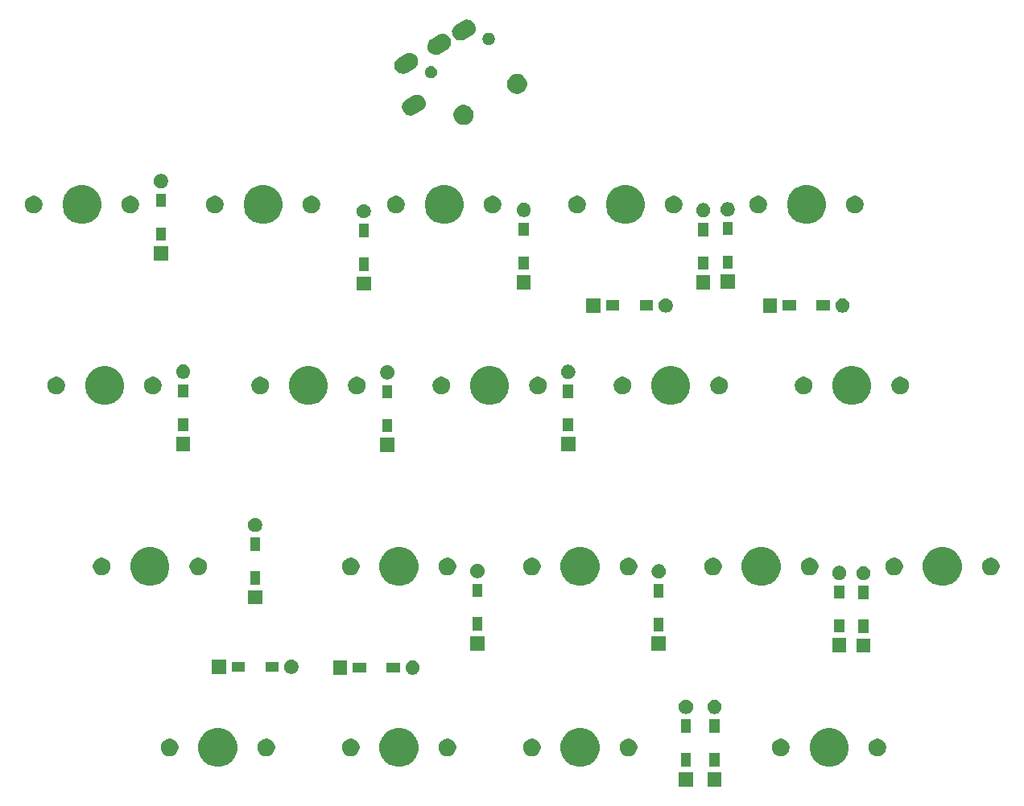
<source format=gbr>
G04 #@! TF.GenerationSoftware,KiCad,Pcbnew,(5.1.6-0-10_14)*
G04 #@! TF.CreationDate,2022-03-06T15:35:19+09:00*
G04 #@! TF.ProjectId,cool936,636f6f6c-3933-4362-9e6b-696361645f70,rev?*
G04 #@! TF.SameCoordinates,Original*
G04 #@! TF.FileFunction,Soldermask,Top*
G04 #@! TF.FilePolarity,Negative*
%FSLAX46Y46*%
G04 Gerber Fmt 4.6, Leading zero omitted, Abs format (unit mm)*
G04 Created by KiCad (PCBNEW (5.1.6-0-10_14)) date 2022-03-06 15:35:19*
%MOMM*%
%LPD*%
G01*
G04 APERTURE LIST*
%ADD10C,0.100000*%
G04 APERTURE END LIST*
D10*
G36*
X95849500Y-61239500D02*
G01*
X94350500Y-61239500D01*
X94350500Y-59740500D01*
X95849500Y-59740500D01*
X95849500Y-61239500D01*
G37*
G36*
X92839500Y-61239500D02*
G01*
X91340500Y-61239500D01*
X91340500Y-59740500D01*
X92839500Y-59740500D01*
X92839500Y-61239500D01*
G37*
G36*
X107752974Y-55183684D02*
G01*
X107970974Y-55273983D01*
X108125123Y-55337833D01*
X108460048Y-55561623D01*
X108744877Y-55846452D01*
X108968667Y-56181377D01*
X109001062Y-56259586D01*
X109122816Y-56553526D01*
X109201400Y-56948594D01*
X109201400Y-57351406D01*
X109122816Y-57746474D01*
X109071951Y-57869272D01*
X108968667Y-58118623D01*
X108744877Y-58453548D01*
X108460048Y-58738377D01*
X108125123Y-58962167D01*
X107970974Y-59026017D01*
X107752974Y-59116316D01*
X107357906Y-59194900D01*
X106955094Y-59194900D01*
X106560026Y-59116316D01*
X106342026Y-59026017D01*
X106187877Y-58962167D01*
X105852952Y-58738377D01*
X105568123Y-58453548D01*
X105344333Y-58118623D01*
X105241049Y-57869272D01*
X105190184Y-57746474D01*
X105111600Y-57351406D01*
X105111600Y-56948594D01*
X105190184Y-56553526D01*
X105311938Y-56259586D01*
X105344333Y-56181377D01*
X105568123Y-55846452D01*
X105852952Y-55561623D01*
X106187877Y-55337833D01*
X106342026Y-55273983D01*
X106560026Y-55183684D01*
X106955094Y-55105100D01*
X107357906Y-55105100D01*
X107752974Y-55183684D01*
G37*
G36*
X81558974Y-55183684D02*
G01*
X81776974Y-55273983D01*
X81931123Y-55337833D01*
X82266048Y-55561623D01*
X82550877Y-55846452D01*
X82774667Y-56181377D01*
X82807062Y-56259586D01*
X82928816Y-56553526D01*
X83007400Y-56948594D01*
X83007400Y-57351406D01*
X82928816Y-57746474D01*
X82877951Y-57869272D01*
X82774667Y-58118623D01*
X82550877Y-58453548D01*
X82266048Y-58738377D01*
X81931123Y-58962167D01*
X81776974Y-59026017D01*
X81558974Y-59116316D01*
X81163906Y-59194900D01*
X80761094Y-59194900D01*
X80366026Y-59116316D01*
X80148026Y-59026017D01*
X79993877Y-58962167D01*
X79658952Y-58738377D01*
X79374123Y-58453548D01*
X79150333Y-58118623D01*
X79047049Y-57869272D01*
X78996184Y-57746474D01*
X78917600Y-57351406D01*
X78917600Y-56948594D01*
X78996184Y-56553526D01*
X79117938Y-56259586D01*
X79150333Y-56181377D01*
X79374123Y-55846452D01*
X79658952Y-55561623D01*
X79993877Y-55337833D01*
X80148026Y-55273983D01*
X80366026Y-55183684D01*
X80761094Y-55105100D01*
X81163906Y-55105100D01*
X81558974Y-55183684D01*
G37*
G36*
X62508974Y-55183684D02*
G01*
X62726974Y-55273983D01*
X62881123Y-55337833D01*
X63216048Y-55561623D01*
X63500877Y-55846452D01*
X63724667Y-56181377D01*
X63757062Y-56259586D01*
X63878816Y-56553526D01*
X63957400Y-56948594D01*
X63957400Y-57351406D01*
X63878816Y-57746474D01*
X63827951Y-57869272D01*
X63724667Y-58118623D01*
X63500877Y-58453548D01*
X63216048Y-58738377D01*
X62881123Y-58962167D01*
X62726974Y-59026017D01*
X62508974Y-59116316D01*
X62113906Y-59194900D01*
X61711094Y-59194900D01*
X61316026Y-59116316D01*
X61098026Y-59026017D01*
X60943877Y-58962167D01*
X60608952Y-58738377D01*
X60324123Y-58453548D01*
X60100333Y-58118623D01*
X59997049Y-57869272D01*
X59946184Y-57746474D01*
X59867600Y-57351406D01*
X59867600Y-56948594D01*
X59946184Y-56553526D01*
X60067938Y-56259586D01*
X60100333Y-56181377D01*
X60324123Y-55846452D01*
X60608952Y-55561623D01*
X60943877Y-55337833D01*
X61098026Y-55273983D01*
X61316026Y-55183684D01*
X61711094Y-55105100D01*
X62113906Y-55105100D01*
X62508974Y-55183684D01*
G37*
G36*
X43458974Y-55183684D02*
G01*
X43676974Y-55273983D01*
X43831123Y-55337833D01*
X44166048Y-55561623D01*
X44450877Y-55846452D01*
X44674667Y-56181377D01*
X44707062Y-56259586D01*
X44828816Y-56553526D01*
X44907400Y-56948594D01*
X44907400Y-57351406D01*
X44828816Y-57746474D01*
X44777951Y-57869272D01*
X44674667Y-58118623D01*
X44450877Y-58453548D01*
X44166048Y-58738377D01*
X43831123Y-58962167D01*
X43676974Y-59026017D01*
X43458974Y-59116316D01*
X43063906Y-59194900D01*
X42661094Y-59194900D01*
X42266026Y-59116316D01*
X42048026Y-59026017D01*
X41893877Y-58962167D01*
X41558952Y-58738377D01*
X41274123Y-58453548D01*
X41050333Y-58118623D01*
X40947049Y-57869272D01*
X40896184Y-57746474D01*
X40817600Y-57351406D01*
X40817600Y-56948594D01*
X40896184Y-56553526D01*
X41017938Y-56259586D01*
X41050333Y-56181377D01*
X41274123Y-55846452D01*
X41558952Y-55561623D01*
X41893877Y-55337833D01*
X42048026Y-55273983D01*
X42266026Y-55183684D01*
X42661094Y-55105100D01*
X43063906Y-55105100D01*
X43458974Y-55183684D01*
G37*
G36*
X95626000Y-59156000D02*
G01*
X94574000Y-59156000D01*
X94574000Y-57754000D01*
X95626000Y-57754000D01*
X95626000Y-59156000D01*
G37*
G36*
X92616000Y-59156000D02*
G01*
X91564000Y-59156000D01*
X91564000Y-57754000D01*
X92616000Y-57754000D01*
X92616000Y-59156000D01*
G37*
G36*
X112506604Y-56259585D02*
G01*
X112675126Y-56329389D01*
X112826791Y-56430728D01*
X112955772Y-56559709D01*
X113057111Y-56711374D01*
X113126915Y-56879896D01*
X113162500Y-57058797D01*
X113162500Y-57241203D01*
X113126915Y-57420104D01*
X113057111Y-57588626D01*
X112955772Y-57740291D01*
X112826791Y-57869272D01*
X112675126Y-57970611D01*
X112506604Y-58040415D01*
X112327703Y-58076000D01*
X112145297Y-58076000D01*
X111966396Y-58040415D01*
X111797874Y-57970611D01*
X111646209Y-57869272D01*
X111517228Y-57740291D01*
X111415889Y-57588626D01*
X111346085Y-57420104D01*
X111310500Y-57241203D01*
X111310500Y-57058797D01*
X111346085Y-56879896D01*
X111415889Y-56711374D01*
X111517228Y-56559709D01*
X111646209Y-56430728D01*
X111797874Y-56329389D01*
X111966396Y-56259585D01*
X112145297Y-56224000D01*
X112327703Y-56224000D01*
X112506604Y-56259585D01*
G37*
G36*
X102346604Y-56259585D02*
G01*
X102515126Y-56329389D01*
X102666791Y-56430728D01*
X102795772Y-56559709D01*
X102897111Y-56711374D01*
X102966915Y-56879896D01*
X103002500Y-57058797D01*
X103002500Y-57241203D01*
X102966915Y-57420104D01*
X102897111Y-57588626D01*
X102795772Y-57740291D01*
X102666791Y-57869272D01*
X102515126Y-57970611D01*
X102346604Y-58040415D01*
X102167703Y-58076000D01*
X101985297Y-58076000D01*
X101806396Y-58040415D01*
X101637874Y-57970611D01*
X101486209Y-57869272D01*
X101357228Y-57740291D01*
X101255889Y-57588626D01*
X101186085Y-57420104D01*
X101150500Y-57241203D01*
X101150500Y-57058797D01*
X101186085Y-56879896D01*
X101255889Y-56711374D01*
X101357228Y-56559709D01*
X101486209Y-56430728D01*
X101637874Y-56329389D01*
X101806396Y-56259585D01*
X101985297Y-56224000D01*
X102167703Y-56224000D01*
X102346604Y-56259585D01*
G37*
G36*
X76152604Y-56259585D02*
G01*
X76321126Y-56329389D01*
X76472791Y-56430728D01*
X76601772Y-56559709D01*
X76703111Y-56711374D01*
X76772915Y-56879896D01*
X76808500Y-57058797D01*
X76808500Y-57241203D01*
X76772915Y-57420104D01*
X76703111Y-57588626D01*
X76601772Y-57740291D01*
X76472791Y-57869272D01*
X76321126Y-57970611D01*
X76152604Y-58040415D01*
X75973703Y-58076000D01*
X75791297Y-58076000D01*
X75612396Y-58040415D01*
X75443874Y-57970611D01*
X75292209Y-57869272D01*
X75163228Y-57740291D01*
X75061889Y-57588626D01*
X74992085Y-57420104D01*
X74956500Y-57241203D01*
X74956500Y-57058797D01*
X74992085Y-56879896D01*
X75061889Y-56711374D01*
X75163228Y-56559709D01*
X75292209Y-56430728D01*
X75443874Y-56329389D01*
X75612396Y-56259585D01*
X75791297Y-56224000D01*
X75973703Y-56224000D01*
X76152604Y-56259585D01*
G37*
G36*
X86312604Y-56259585D02*
G01*
X86481126Y-56329389D01*
X86632791Y-56430728D01*
X86761772Y-56559709D01*
X86863111Y-56711374D01*
X86932915Y-56879896D01*
X86968500Y-57058797D01*
X86968500Y-57241203D01*
X86932915Y-57420104D01*
X86863111Y-57588626D01*
X86761772Y-57740291D01*
X86632791Y-57869272D01*
X86481126Y-57970611D01*
X86312604Y-58040415D01*
X86133703Y-58076000D01*
X85951297Y-58076000D01*
X85772396Y-58040415D01*
X85603874Y-57970611D01*
X85452209Y-57869272D01*
X85323228Y-57740291D01*
X85221889Y-57588626D01*
X85152085Y-57420104D01*
X85116500Y-57241203D01*
X85116500Y-57058797D01*
X85152085Y-56879896D01*
X85221889Y-56711374D01*
X85323228Y-56559709D01*
X85452209Y-56430728D01*
X85603874Y-56329389D01*
X85772396Y-56259585D01*
X85951297Y-56224000D01*
X86133703Y-56224000D01*
X86312604Y-56259585D01*
G37*
G36*
X57102604Y-56259585D02*
G01*
X57271126Y-56329389D01*
X57422791Y-56430728D01*
X57551772Y-56559709D01*
X57653111Y-56711374D01*
X57722915Y-56879896D01*
X57758500Y-57058797D01*
X57758500Y-57241203D01*
X57722915Y-57420104D01*
X57653111Y-57588626D01*
X57551772Y-57740291D01*
X57422791Y-57869272D01*
X57271126Y-57970611D01*
X57102604Y-58040415D01*
X56923703Y-58076000D01*
X56741297Y-58076000D01*
X56562396Y-58040415D01*
X56393874Y-57970611D01*
X56242209Y-57869272D01*
X56113228Y-57740291D01*
X56011889Y-57588626D01*
X55942085Y-57420104D01*
X55906500Y-57241203D01*
X55906500Y-57058797D01*
X55942085Y-56879896D01*
X56011889Y-56711374D01*
X56113228Y-56559709D01*
X56242209Y-56430728D01*
X56393874Y-56329389D01*
X56562396Y-56259585D01*
X56741297Y-56224000D01*
X56923703Y-56224000D01*
X57102604Y-56259585D01*
G37*
G36*
X67262604Y-56259585D02*
G01*
X67431126Y-56329389D01*
X67582791Y-56430728D01*
X67711772Y-56559709D01*
X67813111Y-56711374D01*
X67882915Y-56879896D01*
X67918500Y-57058797D01*
X67918500Y-57241203D01*
X67882915Y-57420104D01*
X67813111Y-57588626D01*
X67711772Y-57740291D01*
X67582791Y-57869272D01*
X67431126Y-57970611D01*
X67262604Y-58040415D01*
X67083703Y-58076000D01*
X66901297Y-58076000D01*
X66722396Y-58040415D01*
X66553874Y-57970611D01*
X66402209Y-57869272D01*
X66273228Y-57740291D01*
X66171889Y-57588626D01*
X66102085Y-57420104D01*
X66066500Y-57241203D01*
X66066500Y-57058797D01*
X66102085Y-56879896D01*
X66171889Y-56711374D01*
X66273228Y-56559709D01*
X66402209Y-56430728D01*
X66553874Y-56329389D01*
X66722396Y-56259585D01*
X66901297Y-56224000D01*
X67083703Y-56224000D01*
X67262604Y-56259585D01*
G37*
G36*
X38052604Y-56259585D02*
G01*
X38221126Y-56329389D01*
X38372791Y-56430728D01*
X38501772Y-56559709D01*
X38603111Y-56711374D01*
X38672915Y-56879896D01*
X38708500Y-57058797D01*
X38708500Y-57241203D01*
X38672915Y-57420104D01*
X38603111Y-57588626D01*
X38501772Y-57740291D01*
X38372791Y-57869272D01*
X38221126Y-57970611D01*
X38052604Y-58040415D01*
X37873703Y-58076000D01*
X37691297Y-58076000D01*
X37512396Y-58040415D01*
X37343874Y-57970611D01*
X37192209Y-57869272D01*
X37063228Y-57740291D01*
X36961889Y-57588626D01*
X36892085Y-57420104D01*
X36856500Y-57241203D01*
X36856500Y-57058797D01*
X36892085Y-56879896D01*
X36961889Y-56711374D01*
X37063228Y-56559709D01*
X37192209Y-56430728D01*
X37343874Y-56329389D01*
X37512396Y-56259585D01*
X37691297Y-56224000D01*
X37873703Y-56224000D01*
X38052604Y-56259585D01*
G37*
G36*
X48212604Y-56259585D02*
G01*
X48381126Y-56329389D01*
X48532791Y-56430728D01*
X48661772Y-56559709D01*
X48763111Y-56711374D01*
X48832915Y-56879896D01*
X48868500Y-57058797D01*
X48868500Y-57241203D01*
X48832915Y-57420104D01*
X48763111Y-57588626D01*
X48661772Y-57740291D01*
X48532791Y-57869272D01*
X48381126Y-57970611D01*
X48212604Y-58040415D01*
X48033703Y-58076000D01*
X47851297Y-58076000D01*
X47672396Y-58040415D01*
X47503874Y-57970611D01*
X47352209Y-57869272D01*
X47223228Y-57740291D01*
X47121889Y-57588626D01*
X47052085Y-57420104D01*
X47016500Y-57241203D01*
X47016500Y-57058797D01*
X47052085Y-56879896D01*
X47121889Y-56711374D01*
X47223228Y-56559709D01*
X47352209Y-56430728D01*
X47503874Y-56329389D01*
X47672396Y-56259585D01*
X47851297Y-56224000D01*
X48033703Y-56224000D01*
X48212604Y-56259585D01*
G37*
G36*
X95626000Y-55606000D02*
G01*
X94574000Y-55606000D01*
X94574000Y-54204000D01*
X95626000Y-54204000D01*
X95626000Y-55606000D01*
G37*
G36*
X92616000Y-55606000D02*
G01*
X91564000Y-55606000D01*
X91564000Y-54204000D01*
X92616000Y-54204000D01*
X92616000Y-55606000D01*
G37*
G36*
X95194425Y-52124599D02*
G01*
X95318621Y-52149302D01*
X95455022Y-52205801D01*
X95577779Y-52287825D01*
X95682175Y-52392221D01*
X95764199Y-52514978D01*
X95820698Y-52651379D01*
X95849500Y-52796181D01*
X95849500Y-52943819D01*
X95820698Y-53088621D01*
X95764199Y-53225022D01*
X95682175Y-53347779D01*
X95577779Y-53452175D01*
X95455022Y-53534199D01*
X95318621Y-53590698D01*
X95194425Y-53615401D01*
X95173820Y-53619500D01*
X95026180Y-53619500D01*
X95005575Y-53615401D01*
X94881379Y-53590698D01*
X94744978Y-53534199D01*
X94622221Y-53452175D01*
X94517825Y-53347779D01*
X94435801Y-53225022D01*
X94379302Y-53088621D01*
X94350500Y-52943819D01*
X94350500Y-52796181D01*
X94379302Y-52651379D01*
X94435801Y-52514978D01*
X94517825Y-52392221D01*
X94622221Y-52287825D01*
X94744978Y-52205801D01*
X94881379Y-52149302D01*
X95005575Y-52124599D01*
X95026180Y-52120500D01*
X95173820Y-52120500D01*
X95194425Y-52124599D01*
G37*
G36*
X92184425Y-52124599D02*
G01*
X92308621Y-52149302D01*
X92445022Y-52205801D01*
X92567779Y-52287825D01*
X92672175Y-52392221D01*
X92754199Y-52514978D01*
X92810698Y-52651379D01*
X92839500Y-52796181D01*
X92839500Y-52943819D01*
X92810698Y-53088621D01*
X92754199Y-53225022D01*
X92672175Y-53347779D01*
X92567779Y-53452175D01*
X92445022Y-53534199D01*
X92308621Y-53590698D01*
X92184425Y-53615401D01*
X92163820Y-53619500D01*
X92016180Y-53619500D01*
X91995575Y-53615401D01*
X91871379Y-53590698D01*
X91734978Y-53534199D01*
X91612221Y-53452175D01*
X91507825Y-53347779D01*
X91425801Y-53225022D01*
X91369302Y-53088621D01*
X91340500Y-52943819D01*
X91340500Y-52796181D01*
X91369302Y-52651379D01*
X91425801Y-52514978D01*
X91507825Y-52392221D01*
X91612221Y-52287825D01*
X91734978Y-52205801D01*
X91871379Y-52149302D01*
X91995575Y-52124599D01*
X92016180Y-52120500D01*
X92163820Y-52120500D01*
X92184425Y-52124599D01*
G37*
G36*
X63434425Y-47984599D02*
G01*
X63558621Y-48009302D01*
X63695022Y-48065801D01*
X63817779Y-48147825D01*
X63922175Y-48252221D01*
X64004199Y-48374978D01*
X64060698Y-48511379D01*
X64089500Y-48656181D01*
X64089500Y-48803819D01*
X64060698Y-48948621D01*
X64004199Y-49085022D01*
X63922175Y-49207779D01*
X63817779Y-49312175D01*
X63695022Y-49394199D01*
X63558621Y-49450698D01*
X63434425Y-49475401D01*
X63413820Y-49479500D01*
X63266180Y-49479500D01*
X63245575Y-49475401D01*
X63121379Y-49450698D01*
X62984978Y-49394199D01*
X62862221Y-49312175D01*
X62757825Y-49207779D01*
X62675801Y-49085022D01*
X62619302Y-48948621D01*
X62590500Y-48803819D01*
X62590500Y-48656181D01*
X62619302Y-48511379D01*
X62675801Y-48374978D01*
X62757825Y-48252221D01*
X62862221Y-48147825D01*
X62984978Y-48065801D01*
X63121379Y-48009302D01*
X63245575Y-47984599D01*
X63266180Y-47980500D01*
X63413820Y-47980500D01*
X63434425Y-47984599D01*
G37*
G36*
X56469500Y-49479500D02*
G01*
X54970500Y-49479500D01*
X54970500Y-47980500D01*
X56469500Y-47980500D01*
X56469500Y-49479500D01*
G37*
G36*
X50684425Y-47914599D02*
G01*
X50808621Y-47939302D01*
X50945022Y-47995801D01*
X51067779Y-48077825D01*
X51172175Y-48182221D01*
X51254199Y-48304978D01*
X51310698Y-48441379D01*
X51339500Y-48586181D01*
X51339500Y-48733819D01*
X51310698Y-48878621D01*
X51254199Y-49015022D01*
X51172175Y-49137779D01*
X51067779Y-49242175D01*
X50945022Y-49324199D01*
X50808621Y-49380698D01*
X50684425Y-49405401D01*
X50663820Y-49409500D01*
X50516180Y-49409500D01*
X50495575Y-49405401D01*
X50371379Y-49380698D01*
X50234978Y-49324199D01*
X50112221Y-49242175D01*
X50007825Y-49137779D01*
X49925801Y-49015022D01*
X49869302Y-48878621D01*
X49840500Y-48733819D01*
X49840500Y-48586181D01*
X49869302Y-48441379D01*
X49925801Y-48304978D01*
X50007825Y-48182221D01*
X50112221Y-48077825D01*
X50234978Y-47995801D01*
X50371379Y-47939302D01*
X50495575Y-47914599D01*
X50516180Y-47910500D01*
X50663820Y-47910500D01*
X50684425Y-47914599D01*
G37*
G36*
X43719500Y-49409500D02*
G01*
X42220500Y-49409500D01*
X42220500Y-47910500D01*
X43719500Y-47910500D01*
X43719500Y-49409500D01*
G37*
G36*
X62006000Y-49256000D02*
G01*
X60604000Y-49256000D01*
X60604000Y-48204000D01*
X62006000Y-48204000D01*
X62006000Y-49256000D01*
G37*
G36*
X58456000Y-49256000D02*
G01*
X57054000Y-49256000D01*
X57054000Y-48204000D01*
X58456000Y-48204000D01*
X58456000Y-49256000D01*
G37*
G36*
X49256000Y-49186000D02*
G01*
X47854000Y-49186000D01*
X47854000Y-48134000D01*
X49256000Y-48134000D01*
X49256000Y-49186000D01*
G37*
G36*
X45706000Y-49186000D02*
G01*
X44304000Y-49186000D01*
X44304000Y-48134000D01*
X45706000Y-48134000D01*
X45706000Y-49186000D01*
G37*
G36*
X111499500Y-47159500D02*
G01*
X110000500Y-47159500D01*
X110000500Y-45660500D01*
X111499500Y-45660500D01*
X111499500Y-47159500D01*
G37*
G36*
X108969500Y-47129500D02*
G01*
X107470500Y-47129500D01*
X107470500Y-45630500D01*
X108969500Y-45630500D01*
X108969500Y-47129500D01*
G37*
G36*
X89979500Y-46979500D02*
G01*
X88480500Y-46979500D01*
X88480500Y-45480500D01*
X89979500Y-45480500D01*
X89979500Y-46979500D01*
G37*
G36*
X70909500Y-46939500D02*
G01*
X69410500Y-46939500D01*
X69410500Y-45440500D01*
X70909500Y-45440500D01*
X70909500Y-46939500D01*
G37*
G36*
X111276000Y-45076000D02*
G01*
X110224000Y-45076000D01*
X110224000Y-43674000D01*
X111276000Y-43674000D01*
X111276000Y-45076000D01*
G37*
G36*
X108746000Y-45046000D02*
G01*
X107694000Y-45046000D01*
X107694000Y-43644000D01*
X108746000Y-43644000D01*
X108746000Y-45046000D01*
G37*
G36*
X89756000Y-44896000D02*
G01*
X88704000Y-44896000D01*
X88704000Y-43494000D01*
X89756000Y-43494000D01*
X89756000Y-44896000D01*
G37*
G36*
X70686000Y-44856000D02*
G01*
X69634000Y-44856000D01*
X69634000Y-43454000D01*
X70686000Y-43454000D01*
X70686000Y-44856000D01*
G37*
G36*
X47539500Y-42099500D02*
G01*
X46040500Y-42099500D01*
X46040500Y-40600500D01*
X47539500Y-40600500D01*
X47539500Y-42099500D01*
G37*
G36*
X111276000Y-41526000D02*
G01*
X110224000Y-41526000D01*
X110224000Y-40124000D01*
X111276000Y-40124000D01*
X111276000Y-41526000D01*
G37*
G36*
X108746000Y-41496000D02*
G01*
X107694000Y-41496000D01*
X107694000Y-40094000D01*
X108746000Y-40094000D01*
X108746000Y-41496000D01*
G37*
G36*
X89756000Y-41346000D02*
G01*
X88704000Y-41346000D01*
X88704000Y-39944000D01*
X89756000Y-39944000D01*
X89756000Y-41346000D01*
G37*
G36*
X70686000Y-41306000D02*
G01*
X69634000Y-41306000D01*
X69634000Y-39904000D01*
X70686000Y-39904000D01*
X70686000Y-41306000D01*
G37*
G36*
X119658974Y-36133684D02*
G01*
X119876974Y-36223983D01*
X120031123Y-36287833D01*
X120366048Y-36511623D01*
X120650877Y-36796452D01*
X120874667Y-37131377D01*
X120907062Y-37209586D01*
X121028816Y-37503526D01*
X121107400Y-37898594D01*
X121107400Y-38301406D01*
X121028816Y-38696474D01*
X120977951Y-38819272D01*
X120874667Y-39068623D01*
X120650877Y-39403548D01*
X120366048Y-39688377D01*
X120031123Y-39912167D01*
X119876974Y-39976017D01*
X119658974Y-40066316D01*
X119263906Y-40144900D01*
X118861094Y-40144900D01*
X118466026Y-40066316D01*
X118248026Y-39976017D01*
X118093877Y-39912167D01*
X117758952Y-39688377D01*
X117474123Y-39403548D01*
X117250333Y-39068623D01*
X117147049Y-38819272D01*
X117096184Y-38696474D01*
X117017600Y-38301406D01*
X117017600Y-37898594D01*
X117096184Y-37503526D01*
X117217938Y-37209586D01*
X117250333Y-37131377D01*
X117474123Y-36796452D01*
X117758952Y-36511623D01*
X118093877Y-36287833D01*
X118248026Y-36223983D01*
X118466026Y-36133684D01*
X118861094Y-36055100D01*
X119263906Y-36055100D01*
X119658974Y-36133684D01*
G37*
G36*
X81558974Y-36133684D02*
G01*
X81776974Y-36223983D01*
X81931123Y-36287833D01*
X82266048Y-36511623D01*
X82550877Y-36796452D01*
X82774667Y-37131377D01*
X82807062Y-37209586D01*
X82928816Y-37503526D01*
X83007400Y-37898594D01*
X83007400Y-38301406D01*
X82928816Y-38696474D01*
X82877951Y-38819272D01*
X82774667Y-39068623D01*
X82550877Y-39403548D01*
X82266048Y-39688377D01*
X81931123Y-39912167D01*
X81776974Y-39976017D01*
X81558974Y-40066316D01*
X81163906Y-40144900D01*
X80761094Y-40144900D01*
X80366026Y-40066316D01*
X80148026Y-39976017D01*
X79993877Y-39912167D01*
X79658952Y-39688377D01*
X79374123Y-39403548D01*
X79150333Y-39068623D01*
X79047049Y-38819272D01*
X78996184Y-38696474D01*
X78917600Y-38301406D01*
X78917600Y-37898594D01*
X78996184Y-37503526D01*
X79117938Y-37209586D01*
X79150333Y-37131377D01*
X79374123Y-36796452D01*
X79658952Y-36511623D01*
X79993877Y-36287833D01*
X80148026Y-36223983D01*
X80366026Y-36133684D01*
X80761094Y-36055100D01*
X81163906Y-36055100D01*
X81558974Y-36133684D01*
G37*
G36*
X62508974Y-36133684D02*
G01*
X62726974Y-36223983D01*
X62881123Y-36287833D01*
X63216048Y-36511623D01*
X63500877Y-36796452D01*
X63724667Y-37131377D01*
X63757062Y-37209586D01*
X63878816Y-37503526D01*
X63957400Y-37898594D01*
X63957400Y-38301406D01*
X63878816Y-38696474D01*
X63827951Y-38819272D01*
X63724667Y-39068623D01*
X63500877Y-39403548D01*
X63216048Y-39688377D01*
X62881123Y-39912167D01*
X62726974Y-39976017D01*
X62508974Y-40066316D01*
X62113906Y-40144900D01*
X61711094Y-40144900D01*
X61316026Y-40066316D01*
X61098026Y-39976017D01*
X60943877Y-39912167D01*
X60608952Y-39688377D01*
X60324123Y-39403548D01*
X60100333Y-39068623D01*
X59997049Y-38819272D01*
X59946184Y-38696474D01*
X59867600Y-38301406D01*
X59867600Y-37898594D01*
X59946184Y-37503526D01*
X60067938Y-37209586D01*
X60100333Y-37131377D01*
X60324123Y-36796452D01*
X60608952Y-36511623D01*
X60943877Y-36287833D01*
X61098026Y-36223983D01*
X61316026Y-36133684D01*
X61711094Y-36055100D01*
X62113906Y-36055100D01*
X62508974Y-36133684D01*
G37*
G36*
X36315474Y-36133684D02*
G01*
X36533474Y-36223983D01*
X36687623Y-36287833D01*
X37022548Y-36511623D01*
X37307377Y-36796452D01*
X37531167Y-37131377D01*
X37563562Y-37209586D01*
X37685316Y-37503526D01*
X37763900Y-37898594D01*
X37763900Y-38301406D01*
X37685316Y-38696474D01*
X37634451Y-38819272D01*
X37531167Y-39068623D01*
X37307377Y-39403548D01*
X37022548Y-39688377D01*
X36687623Y-39912167D01*
X36533474Y-39976017D01*
X36315474Y-40066316D01*
X35920406Y-40144900D01*
X35517594Y-40144900D01*
X35122526Y-40066316D01*
X34904526Y-39976017D01*
X34750377Y-39912167D01*
X34415452Y-39688377D01*
X34130623Y-39403548D01*
X33906833Y-39068623D01*
X33803549Y-38819272D01*
X33752684Y-38696474D01*
X33674100Y-38301406D01*
X33674100Y-37898594D01*
X33752684Y-37503526D01*
X33874438Y-37209586D01*
X33906833Y-37131377D01*
X34130623Y-36796452D01*
X34415452Y-36511623D01*
X34750377Y-36287833D01*
X34904526Y-36223983D01*
X35122526Y-36133684D01*
X35517594Y-36055100D01*
X35920406Y-36055100D01*
X36315474Y-36133684D01*
G37*
G36*
X100608974Y-36133684D02*
G01*
X100826974Y-36223983D01*
X100981123Y-36287833D01*
X101316048Y-36511623D01*
X101600877Y-36796452D01*
X101824667Y-37131377D01*
X101857062Y-37209586D01*
X101978816Y-37503526D01*
X102057400Y-37898594D01*
X102057400Y-38301406D01*
X101978816Y-38696474D01*
X101927951Y-38819272D01*
X101824667Y-39068623D01*
X101600877Y-39403548D01*
X101316048Y-39688377D01*
X100981123Y-39912167D01*
X100826974Y-39976017D01*
X100608974Y-40066316D01*
X100213906Y-40144900D01*
X99811094Y-40144900D01*
X99416026Y-40066316D01*
X99198026Y-39976017D01*
X99043877Y-39912167D01*
X98708952Y-39688377D01*
X98424123Y-39403548D01*
X98200333Y-39068623D01*
X98097049Y-38819272D01*
X98046184Y-38696474D01*
X97967600Y-38301406D01*
X97967600Y-37898594D01*
X98046184Y-37503526D01*
X98167938Y-37209586D01*
X98200333Y-37131377D01*
X98424123Y-36796452D01*
X98708952Y-36511623D01*
X99043877Y-36287833D01*
X99198026Y-36223983D01*
X99416026Y-36133684D01*
X99811094Y-36055100D01*
X100213906Y-36055100D01*
X100608974Y-36133684D01*
G37*
G36*
X47316000Y-40016000D02*
G01*
X46264000Y-40016000D01*
X46264000Y-38614000D01*
X47316000Y-38614000D01*
X47316000Y-40016000D01*
G37*
G36*
X110844425Y-38044599D02*
G01*
X110968621Y-38069302D01*
X111105022Y-38125801D01*
X111227779Y-38207825D01*
X111332175Y-38312221D01*
X111414199Y-38434978D01*
X111470698Y-38571379D01*
X111499500Y-38716181D01*
X111499500Y-38863819D01*
X111470698Y-39008621D01*
X111414199Y-39145022D01*
X111332175Y-39267779D01*
X111227779Y-39372175D01*
X111105022Y-39454199D01*
X110968621Y-39510698D01*
X110844425Y-39535401D01*
X110823820Y-39539500D01*
X110676180Y-39539500D01*
X110655575Y-39535401D01*
X110531379Y-39510698D01*
X110394978Y-39454199D01*
X110272221Y-39372175D01*
X110167825Y-39267779D01*
X110085801Y-39145022D01*
X110029302Y-39008621D01*
X110000500Y-38863819D01*
X110000500Y-38716181D01*
X110029302Y-38571379D01*
X110085801Y-38434978D01*
X110167825Y-38312221D01*
X110272221Y-38207825D01*
X110394978Y-38125801D01*
X110531379Y-38069302D01*
X110655575Y-38044599D01*
X110676180Y-38040500D01*
X110823820Y-38040500D01*
X110844425Y-38044599D01*
G37*
G36*
X108314425Y-38014599D02*
G01*
X108438621Y-38039302D01*
X108575022Y-38095801D01*
X108697779Y-38177825D01*
X108802175Y-38282221D01*
X108884199Y-38404978D01*
X108940698Y-38541379D01*
X108961074Y-38643819D01*
X108969031Y-38683820D01*
X108969500Y-38686181D01*
X108969500Y-38833819D01*
X108940698Y-38978621D01*
X108884199Y-39115022D01*
X108802175Y-39237779D01*
X108697779Y-39342175D01*
X108575022Y-39424199D01*
X108438621Y-39480698D01*
X108314425Y-39505401D01*
X108293820Y-39509500D01*
X108146180Y-39509500D01*
X108125575Y-39505401D01*
X108001379Y-39480698D01*
X107864978Y-39424199D01*
X107742221Y-39342175D01*
X107637825Y-39237779D01*
X107555801Y-39115022D01*
X107499302Y-38978621D01*
X107470500Y-38833819D01*
X107470500Y-38686181D01*
X107470970Y-38683820D01*
X107478926Y-38643819D01*
X107499302Y-38541379D01*
X107555801Y-38404978D01*
X107637825Y-38282221D01*
X107742221Y-38177825D01*
X107864978Y-38095801D01*
X108001379Y-38039302D01*
X108125575Y-38014599D01*
X108146180Y-38010500D01*
X108293820Y-38010500D01*
X108314425Y-38014599D01*
G37*
G36*
X89324425Y-37864599D02*
G01*
X89448621Y-37889302D01*
X89585022Y-37945801D01*
X89707779Y-38027825D01*
X89812175Y-38132221D01*
X89894199Y-38254978D01*
X89950698Y-38391379D01*
X89971544Y-38496181D01*
X89979500Y-38536180D01*
X89979500Y-38683820D01*
X89979030Y-38686181D01*
X89950698Y-38828621D01*
X89894199Y-38965022D01*
X89812175Y-39087779D01*
X89707779Y-39192175D01*
X89585022Y-39274199D01*
X89448621Y-39330698D01*
X89324425Y-39355401D01*
X89303820Y-39359500D01*
X89156180Y-39359500D01*
X89135575Y-39355401D01*
X89011379Y-39330698D01*
X88874978Y-39274199D01*
X88752221Y-39192175D01*
X88647825Y-39087779D01*
X88565801Y-38965022D01*
X88509302Y-38828621D01*
X88480970Y-38686181D01*
X88480500Y-38683820D01*
X88480500Y-38536180D01*
X88488456Y-38496181D01*
X88509302Y-38391379D01*
X88565801Y-38254978D01*
X88647825Y-38132221D01*
X88752221Y-38027825D01*
X88874978Y-37945801D01*
X89011379Y-37889302D01*
X89135575Y-37864599D01*
X89156180Y-37860500D01*
X89303820Y-37860500D01*
X89324425Y-37864599D01*
G37*
G36*
X70254425Y-37824599D02*
G01*
X70378621Y-37849302D01*
X70515022Y-37905801D01*
X70637779Y-37987825D01*
X70742175Y-38092221D01*
X70824199Y-38214978D01*
X70880698Y-38351379D01*
X70909500Y-38496181D01*
X70909500Y-38643819D01*
X70880698Y-38788621D01*
X70824199Y-38925022D01*
X70742175Y-39047779D01*
X70637779Y-39152175D01*
X70515022Y-39234199D01*
X70378621Y-39290698D01*
X70254425Y-39315401D01*
X70233820Y-39319500D01*
X70086180Y-39319500D01*
X70065575Y-39315401D01*
X69941379Y-39290698D01*
X69804978Y-39234199D01*
X69682221Y-39152175D01*
X69577825Y-39047779D01*
X69495801Y-38925022D01*
X69439302Y-38788621D01*
X69410500Y-38643819D01*
X69410500Y-38496181D01*
X69439302Y-38351379D01*
X69495801Y-38214978D01*
X69577825Y-38092221D01*
X69682221Y-37987825D01*
X69804978Y-37905801D01*
X69941379Y-37849302D01*
X70065575Y-37824599D01*
X70086180Y-37820500D01*
X70233820Y-37820500D01*
X70254425Y-37824599D01*
G37*
G36*
X105362604Y-37209585D02*
G01*
X105531126Y-37279389D01*
X105682791Y-37380728D01*
X105811772Y-37509709D01*
X105913111Y-37661374D01*
X105982915Y-37829896D01*
X106018500Y-38008797D01*
X106018500Y-38191203D01*
X105982915Y-38370104D01*
X105913111Y-38538626D01*
X105811772Y-38690291D01*
X105682791Y-38819272D01*
X105531126Y-38920611D01*
X105362604Y-38990415D01*
X105183703Y-39026000D01*
X105001297Y-39026000D01*
X104822396Y-38990415D01*
X104653874Y-38920611D01*
X104502209Y-38819272D01*
X104373228Y-38690291D01*
X104271889Y-38538626D01*
X104202085Y-38370104D01*
X104166500Y-38191203D01*
X104166500Y-38008797D01*
X104202085Y-37829896D01*
X104271889Y-37661374D01*
X104373228Y-37509709D01*
X104502209Y-37380728D01*
X104653874Y-37279389D01*
X104822396Y-37209585D01*
X105001297Y-37174000D01*
X105183703Y-37174000D01*
X105362604Y-37209585D01*
G37*
G36*
X76152604Y-37209585D02*
G01*
X76321126Y-37279389D01*
X76472791Y-37380728D01*
X76601772Y-37509709D01*
X76703111Y-37661374D01*
X76772915Y-37829896D01*
X76808500Y-38008797D01*
X76808500Y-38191203D01*
X76772915Y-38370104D01*
X76703111Y-38538626D01*
X76601772Y-38690291D01*
X76472791Y-38819272D01*
X76321126Y-38920611D01*
X76152604Y-38990415D01*
X75973703Y-39026000D01*
X75791297Y-39026000D01*
X75612396Y-38990415D01*
X75443874Y-38920611D01*
X75292209Y-38819272D01*
X75163228Y-38690291D01*
X75061889Y-38538626D01*
X74992085Y-38370104D01*
X74956500Y-38191203D01*
X74956500Y-38008797D01*
X74992085Y-37829896D01*
X75061889Y-37661374D01*
X75163228Y-37509709D01*
X75292209Y-37380728D01*
X75443874Y-37279389D01*
X75612396Y-37209585D01*
X75791297Y-37174000D01*
X75973703Y-37174000D01*
X76152604Y-37209585D01*
G37*
G36*
X95202604Y-37209585D02*
G01*
X95371126Y-37279389D01*
X95522791Y-37380728D01*
X95651772Y-37509709D01*
X95753111Y-37661374D01*
X95822915Y-37829896D01*
X95858500Y-38008797D01*
X95858500Y-38191203D01*
X95822915Y-38370104D01*
X95753111Y-38538626D01*
X95651772Y-38690291D01*
X95522791Y-38819272D01*
X95371126Y-38920611D01*
X95202604Y-38990415D01*
X95023703Y-39026000D01*
X94841297Y-39026000D01*
X94662396Y-38990415D01*
X94493874Y-38920611D01*
X94342209Y-38819272D01*
X94213228Y-38690291D01*
X94111889Y-38538626D01*
X94042085Y-38370104D01*
X94006500Y-38191203D01*
X94006500Y-38008797D01*
X94042085Y-37829896D01*
X94111889Y-37661374D01*
X94213228Y-37509709D01*
X94342209Y-37380728D01*
X94493874Y-37279389D01*
X94662396Y-37209585D01*
X94841297Y-37174000D01*
X95023703Y-37174000D01*
X95202604Y-37209585D01*
G37*
G36*
X124412604Y-37209585D02*
G01*
X124581126Y-37279389D01*
X124732791Y-37380728D01*
X124861772Y-37509709D01*
X124963111Y-37661374D01*
X125032915Y-37829896D01*
X125068500Y-38008797D01*
X125068500Y-38191203D01*
X125032915Y-38370104D01*
X124963111Y-38538626D01*
X124861772Y-38690291D01*
X124732791Y-38819272D01*
X124581126Y-38920611D01*
X124412604Y-38990415D01*
X124233703Y-39026000D01*
X124051297Y-39026000D01*
X123872396Y-38990415D01*
X123703874Y-38920611D01*
X123552209Y-38819272D01*
X123423228Y-38690291D01*
X123321889Y-38538626D01*
X123252085Y-38370104D01*
X123216500Y-38191203D01*
X123216500Y-38008797D01*
X123252085Y-37829896D01*
X123321889Y-37661374D01*
X123423228Y-37509709D01*
X123552209Y-37380728D01*
X123703874Y-37279389D01*
X123872396Y-37209585D01*
X124051297Y-37174000D01*
X124233703Y-37174000D01*
X124412604Y-37209585D01*
G37*
G36*
X57102604Y-37209585D02*
G01*
X57271126Y-37279389D01*
X57422791Y-37380728D01*
X57551772Y-37509709D01*
X57653111Y-37661374D01*
X57722915Y-37829896D01*
X57758500Y-38008797D01*
X57758500Y-38191203D01*
X57722915Y-38370104D01*
X57653111Y-38538626D01*
X57551772Y-38690291D01*
X57422791Y-38819272D01*
X57271126Y-38920611D01*
X57102604Y-38990415D01*
X56923703Y-39026000D01*
X56741297Y-39026000D01*
X56562396Y-38990415D01*
X56393874Y-38920611D01*
X56242209Y-38819272D01*
X56113228Y-38690291D01*
X56011889Y-38538626D01*
X55942085Y-38370104D01*
X55906500Y-38191203D01*
X55906500Y-38008797D01*
X55942085Y-37829896D01*
X56011889Y-37661374D01*
X56113228Y-37509709D01*
X56242209Y-37380728D01*
X56393874Y-37279389D01*
X56562396Y-37209585D01*
X56741297Y-37174000D01*
X56923703Y-37174000D01*
X57102604Y-37209585D01*
G37*
G36*
X114252604Y-37209585D02*
G01*
X114421126Y-37279389D01*
X114572791Y-37380728D01*
X114701772Y-37509709D01*
X114803111Y-37661374D01*
X114872915Y-37829896D01*
X114908500Y-38008797D01*
X114908500Y-38191203D01*
X114872915Y-38370104D01*
X114803111Y-38538626D01*
X114701772Y-38690291D01*
X114572791Y-38819272D01*
X114421126Y-38920611D01*
X114252604Y-38990415D01*
X114073703Y-39026000D01*
X113891297Y-39026000D01*
X113712396Y-38990415D01*
X113543874Y-38920611D01*
X113392209Y-38819272D01*
X113263228Y-38690291D01*
X113161889Y-38538626D01*
X113092085Y-38370104D01*
X113056500Y-38191203D01*
X113056500Y-38008797D01*
X113092085Y-37829896D01*
X113161889Y-37661374D01*
X113263228Y-37509709D01*
X113392209Y-37380728D01*
X113543874Y-37279389D01*
X113712396Y-37209585D01*
X113891297Y-37174000D01*
X114073703Y-37174000D01*
X114252604Y-37209585D01*
G37*
G36*
X86312604Y-37209585D02*
G01*
X86481126Y-37279389D01*
X86632791Y-37380728D01*
X86761772Y-37509709D01*
X86863111Y-37661374D01*
X86932915Y-37829896D01*
X86968500Y-38008797D01*
X86968500Y-38191203D01*
X86932915Y-38370104D01*
X86863111Y-38538626D01*
X86761772Y-38690291D01*
X86632791Y-38819272D01*
X86481126Y-38920611D01*
X86312604Y-38990415D01*
X86133703Y-39026000D01*
X85951297Y-39026000D01*
X85772396Y-38990415D01*
X85603874Y-38920611D01*
X85452209Y-38819272D01*
X85323228Y-38690291D01*
X85221889Y-38538626D01*
X85152085Y-38370104D01*
X85116500Y-38191203D01*
X85116500Y-38008797D01*
X85152085Y-37829896D01*
X85221889Y-37661374D01*
X85323228Y-37509709D01*
X85452209Y-37380728D01*
X85603874Y-37279389D01*
X85772396Y-37209585D01*
X85951297Y-37174000D01*
X86133703Y-37174000D01*
X86312604Y-37209585D01*
G37*
G36*
X67262604Y-37209585D02*
G01*
X67431126Y-37279389D01*
X67582791Y-37380728D01*
X67711772Y-37509709D01*
X67813111Y-37661374D01*
X67882915Y-37829896D01*
X67918500Y-38008797D01*
X67918500Y-38191203D01*
X67882915Y-38370104D01*
X67813111Y-38538626D01*
X67711772Y-38690291D01*
X67582791Y-38819272D01*
X67431126Y-38920611D01*
X67262604Y-38990415D01*
X67083703Y-39026000D01*
X66901297Y-39026000D01*
X66722396Y-38990415D01*
X66553874Y-38920611D01*
X66402209Y-38819272D01*
X66273228Y-38690291D01*
X66171889Y-38538626D01*
X66102085Y-38370104D01*
X66066500Y-38191203D01*
X66066500Y-38008797D01*
X66102085Y-37829896D01*
X66171889Y-37661374D01*
X66273228Y-37509709D01*
X66402209Y-37380728D01*
X66553874Y-37279389D01*
X66722396Y-37209585D01*
X66901297Y-37174000D01*
X67083703Y-37174000D01*
X67262604Y-37209585D01*
G37*
G36*
X41069104Y-37209585D02*
G01*
X41237626Y-37279389D01*
X41389291Y-37380728D01*
X41518272Y-37509709D01*
X41619611Y-37661374D01*
X41689415Y-37829896D01*
X41725000Y-38008797D01*
X41725000Y-38191203D01*
X41689415Y-38370104D01*
X41619611Y-38538626D01*
X41518272Y-38690291D01*
X41389291Y-38819272D01*
X41237626Y-38920611D01*
X41069104Y-38990415D01*
X40890203Y-39026000D01*
X40707797Y-39026000D01*
X40528896Y-38990415D01*
X40360374Y-38920611D01*
X40208709Y-38819272D01*
X40079728Y-38690291D01*
X39978389Y-38538626D01*
X39908585Y-38370104D01*
X39873000Y-38191203D01*
X39873000Y-38008797D01*
X39908585Y-37829896D01*
X39978389Y-37661374D01*
X40079728Y-37509709D01*
X40208709Y-37380728D01*
X40360374Y-37279389D01*
X40528896Y-37209585D01*
X40707797Y-37174000D01*
X40890203Y-37174000D01*
X41069104Y-37209585D01*
G37*
G36*
X30909104Y-37209585D02*
G01*
X31077626Y-37279389D01*
X31229291Y-37380728D01*
X31358272Y-37509709D01*
X31459611Y-37661374D01*
X31529415Y-37829896D01*
X31565000Y-38008797D01*
X31565000Y-38191203D01*
X31529415Y-38370104D01*
X31459611Y-38538626D01*
X31358272Y-38690291D01*
X31229291Y-38819272D01*
X31077626Y-38920611D01*
X30909104Y-38990415D01*
X30730203Y-39026000D01*
X30547797Y-39026000D01*
X30368896Y-38990415D01*
X30200374Y-38920611D01*
X30048709Y-38819272D01*
X29919728Y-38690291D01*
X29818389Y-38538626D01*
X29748585Y-38370104D01*
X29713000Y-38191203D01*
X29713000Y-38008797D01*
X29748585Y-37829896D01*
X29818389Y-37661374D01*
X29919728Y-37509709D01*
X30048709Y-37380728D01*
X30200374Y-37279389D01*
X30368896Y-37209585D01*
X30547797Y-37174000D01*
X30730203Y-37174000D01*
X30909104Y-37209585D01*
G37*
G36*
X47316000Y-36466000D02*
G01*
X46264000Y-36466000D01*
X46264000Y-35064000D01*
X47316000Y-35064000D01*
X47316000Y-36466000D01*
G37*
G36*
X46884425Y-32984599D02*
G01*
X47008621Y-33009302D01*
X47145022Y-33065801D01*
X47267779Y-33147825D01*
X47372175Y-33252221D01*
X47454199Y-33374978D01*
X47510698Y-33511379D01*
X47539500Y-33656181D01*
X47539500Y-33803819D01*
X47510698Y-33948621D01*
X47454199Y-34085022D01*
X47372175Y-34207779D01*
X47267779Y-34312175D01*
X47145022Y-34394199D01*
X47008621Y-34450698D01*
X46884425Y-34475401D01*
X46863820Y-34479500D01*
X46716180Y-34479500D01*
X46695575Y-34475401D01*
X46571379Y-34450698D01*
X46434978Y-34394199D01*
X46312221Y-34312175D01*
X46207825Y-34207779D01*
X46125801Y-34085022D01*
X46069302Y-33948621D01*
X46040500Y-33803819D01*
X46040500Y-33656181D01*
X46069302Y-33511379D01*
X46125801Y-33374978D01*
X46207825Y-33252221D01*
X46312221Y-33147825D01*
X46434978Y-33065801D01*
X46571379Y-33009302D01*
X46695575Y-32984599D01*
X46716180Y-32980500D01*
X46863820Y-32980500D01*
X46884425Y-32984599D01*
G37*
G36*
X61439500Y-26029500D02*
G01*
X59940500Y-26029500D01*
X59940500Y-24530500D01*
X61439500Y-24530500D01*
X61439500Y-26029500D01*
G37*
G36*
X80449500Y-25979500D02*
G01*
X78950500Y-25979500D01*
X78950500Y-24480500D01*
X80449500Y-24480500D01*
X80449500Y-25979500D01*
G37*
G36*
X39969500Y-25949500D02*
G01*
X38470500Y-25949500D01*
X38470500Y-24450500D01*
X39969500Y-24450500D01*
X39969500Y-25949500D01*
G37*
G36*
X61216000Y-23946000D02*
G01*
X60164000Y-23946000D01*
X60164000Y-22544000D01*
X61216000Y-22544000D01*
X61216000Y-23946000D01*
G37*
G36*
X80226000Y-23896000D02*
G01*
X79174000Y-23896000D01*
X79174000Y-22494000D01*
X80226000Y-22494000D01*
X80226000Y-23896000D01*
G37*
G36*
X39746000Y-23866000D02*
G01*
X38694000Y-23866000D01*
X38694000Y-22464000D01*
X39746000Y-22464000D01*
X39746000Y-23866000D01*
G37*
G36*
X110133974Y-17083684D02*
G01*
X110351974Y-17173983D01*
X110506123Y-17237833D01*
X110841048Y-17461623D01*
X111125877Y-17746452D01*
X111349667Y-18081377D01*
X111382062Y-18159586D01*
X111503816Y-18453526D01*
X111582400Y-18848594D01*
X111582400Y-19251406D01*
X111503816Y-19646474D01*
X111452951Y-19769272D01*
X111349667Y-20018623D01*
X111125877Y-20353548D01*
X110841048Y-20638377D01*
X110506123Y-20862167D01*
X110351974Y-20926017D01*
X110133974Y-21016316D01*
X109738906Y-21094900D01*
X109336094Y-21094900D01*
X108941026Y-21016316D01*
X108723026Y-20926017D01*
X108568877Y-20862167D01*
X108233952Y-20638377D01*
X107949123Y-20353548D01*
X107725333Y-20018623D01*
X107622049Y-19769272D01*
X107571184Y-19646474D01*
X107492600Y-19251406D01*
X107492600Y-18848594D01*
X107571184Y-18453526D01*
X107692938Y-18159586D01*
X107725333Y-18081377D01*
X107949123Y-17746452D01*
X108233952Y-17461623D01*
X108568877Y-17237833D01*
X108723026Y-17173983D01*
X108941026Y-17083684D01*
X109336094Y-17005100D01*
X109738906Y-17005100D01*
X110133974Y-17083684D01*
G37*
G36*
X52983974Y-17083684D02*
G01*
X53201974Y-17173983D01*
X53356123Y-17237833D01*
X53691048Y-17461623D01*
X53975877Y-17746452D01*
X54199667Y-18081377D01*
X54232062Y-18159586D01*
X54353816Y-18453526D01*
X54432400Y-18848594D01*
X54432400Y-19251406D01*
X54353816Y-19646474D01*
X54302951Y-19769272D01*
X54199667Y-20018623D01*
X53975877Y-20353548D01*
X53691048Y-20638377D01*
X53356123Y-20862167D01*
X53201974Y-20926017D01*
X52983974Y-21016316D01*
X52588906Y-21094900D01*
X52186094Y-21094900D01*
X51791026Y-21016316D01*
X51573026Y-20926017D01*
X51418877Y-20862167D01*
X51083952Y-20638377D01*
X50799123Y-20353548D01*
X50575333Y-20018623D01*
X50472049Y-19769272D01*
X50421184Y-19646474D01*
X50342600Y-19251406D01*
X50342600Y-18848594D01*
X50421184Y-18453526D01*
X50542938Y-18159586D01*
X50575333Y-18081377D01*
X50799123Y-17746452D01*
X51083952Y-17461623D01*
X51418877Y-17237833D01*
X51573026Y-17173983D01*
X51791026Y-17083684D01*
X52186094Y-17005100D01*
X52588906Y-17005100D01*
X52983974Y-17083684D01*
G37*
G36*
X31552474Y-17083684D02*
G01*
X31770474Y-17173983D01*
X31924623Y-17237833D01*
X32259548Y-17461623D01*
X32544377Y-17746452D01*
X32768167Y-18081377D01*
X32800562Y-18159586D01*
X32922316Y-18453526D01*
X33000900Y-18848594D01*
X33000900Y-19251406D01*
X32922316Y-19646474D01*
X32871451Y-19769272D01*
X32768167Y-20018623D01*
X32544377Y-20353548D01*
X32259548Y-20638377D01*
X31924623Y-20862167D01*
X31770474Y-20926017D01*
X31552474Y-21016316D01*
X31157406Y-21094900D01*
X30754594Y-21094900D01*
X30359526Y-21016316D01*
X30141526Y-20926017D01*
X29987377Y-20862167D01*
X29652452Y-20638377D01*
X29367623Y-20353548D01*
X29143833Y-20018623D01*
X29040549Y-19769272D01*
X28989684Y-19646474D01*
X28911100Y-19251406D01*
X28911100Y-18848594D01*
X28989684Y-18453526D01*
X29111438Y-18159586D01*
X29143833Y-18081377D01*
X29367623Y-17746452D01*
X29652452Y-17461623D01*
X29987377Y-17237833D01*
X30141526Y-17173983D01*
X30359526Y-17083684D01*
X30754594Y-17005100D01*
X31157406Y-17005100D01*
X31552474Y-17083684D01*
G37*
G36*
X91083974Y-17083684D02*
G01*
X91301974Y-17173983D01*
X91456123Y-17237833D01*
X91791048Y-17461623D01*
X92075877Y-17746452D01*
X92299667Y-18081377D01*
X92332062Y-18159586D01*
X92453816Y-18453526D01*
X92532400Y-18848594D01*
X92532400Y-19251406D01*
X92453816Y-19646474D01*
X92402951Y-19769272D01*
X92299667Y-20018623D01*
X92075877Y-20353548D01*
X91791048Y-20638377D01*
X91456123Y-20862167D01*
X91301974Y-20926017D01*
X91083974Y-21016316D01*
X90688906Y-21094900D01*
X90286094Y-21094900D01*
X89891026Y-21016316D01*
X89673026Y-20926017D01*
X89518877Y-20862167D01*
X89183952Y-20638377D01*
X88899123Y-20353548D01*
X88675333Y-20018623D01*
X88572049Y-19769272D01*
X88521184Y-19646474D01*
X88442600Y-19251406D01*
X88442600Y-18848594D01*
X88521184Y-18453526D01*
X88642938Y-18159586D01*
X88675333Y-18081377D01*
X88899123Y-17746452D01*
X89183952Y-17461623D01*
X89518877Y-17237833D01*
X89673026Y-17173983D01*
X89891026Y-17083684D01*
X90286094Y-17005100D01*
X90688906Y-17005100D01*
X91083974Y-17083684D01*
G37*
G36*
X72033974Y-17083684D02*
G01*
X72251974Y-17173983D01*
X72406123Y-17237833D01*
X72741048Y-17461623D01*
X73025877Y-17746452D01*
X73249667Y-18081377D01*
X73282062Y-18159586D01*
X73403816Y-18453526D01*
X73482400Y-18848594D01*
X73482400Y-19251406D01*
X73403816Y-19646474D01*
X73352951Y-19769272D01*
X73249667Y-20018623D01*
X73025877Y-20353548D01*
X72741048Y-20638377D01*
X72406123Y-20862167D01*
X72251974Y-20926017D01*
X72033974Y-21016316D01*
X71638906Y-21094900D01*
X71236094Y-21094900D01*
X70841026Y-21016316D01*
X70623026Y-20926017D01*
X70468877Y-20862167D01*
X70133952Y-20638377D01*
X69849123Y-20353548D01*
X69625333Y-20018623D01*
X69522049Y-19769272D01*
X69471184Y-19646474D01*
X69392600Y-19251406D01*
X69392600Y-18848594D01*
X69471184Y-18453526D01*
X69592938Y-18159586D01*
X69625333Y-18081377D01*
X69849123Y-17746452D01*
X70133952Y-17461623D01*
X70468877Y-17237833D01*
X70623026Y-17173983D01*
X70841026Y-17083684D01*
X71236094Y-17005100D01*
X71638906Y-17005100D01*
X72033974Y-17083684D01*
G37*
G36*
X61216000Y-20396000D02*
G01*
X60164000Y-20396000D01*
X60164000Y-18994000D01*
X61216000Y-18994000D01*
X61216000Y-20396000D01*
G37*
G36*
X80226000Y-20346000D02*
G01*
X79174000Y-20346000D01*
X79174000Y-18944000D01*
X80226000Y-18944000D01*
X80226000Y-20346000D01*
G37*
G36*
X39746000Y-20316000D02*
G01*
X38694000Y-20316000D01*
X38694000Y-18914000D01*
X39746000Y-18914000D01*
X39746000Y-20316000D01*
G37*
G36*
X36306104Y-18159585D02*
G01*
X36474626Y-18229389D01*
X36626291Y-18330728D01*
X36755272Y-18459709D01*
X36856611Y-18611374D01*
X36926415Y-18779896D01*
X36962000Y-18958797D01*
X36962000Y-19141203D01*
X36926415Y-19320104D01*
X36856611Y-19488626D01*
X36755272Y-19640291D01*
X36626291Y-19769272D01*
X36474626Y-19870611D01*
X36306104Y-19940415D01*
X36127203Y-19976000D01*
X35944797Y-19976000D01*
X35765896Y-19940415D01*
X35597374Y-19870611D01*
X35445709Y-19769272D01*
X35316728Y-19640291D01*
X35215389Y-19488626D01*
X35145585Y-19320104D01*
X35110000Y-19141203D01*
X35110000Y-18958797D01*
X35145585Y-18779896D01*
X35215389Y-18611374D01*
X35316728Y-18459709D01*
X35445709Y-18330728D01*
X35597374Y-18229389D01*
X35765896Y-18159585D01*
X35944797Y-18124000D01*
X36127203Y-18124000D01*
X36306104Y-18159585D01*
G37*
G36*
X76787604Y-18159585D02*
G01*
X76956126Y-18229389D01*
X77107791Y-18330728D01*
X77236772Y-18459709D01*
X77338111Y-18611374D01*
X77407915Y-18779896D01*
X77443500Y-18958797D01*
X77443500Y-19141203D01*
X77407915Y-19320104D01*
X77338111Y-19488626D01*
X77236772Y-19640291D01*
X77107791Y-19769272D01*
X76956126Y-19870611D01*
X76787604Y-19940415D01*
X76608703Y-19976000D01*
X76426297Y-19976000D01*
X76247396Y-19940415D01*
X76078874Y-19870611D01*
X75927209Y-19769272D01*
X75798228Y-19640291D01*
X75696889Y-19488626D01*
X75627085Y-19320104D01*
X75591500Y-19141203D01*
X75591500Y-18958797D01*
X75627085Y-18779896D01*
X75696889Y-18611374D01*
X75798228Y-18459709D01*
X75927209Y-18330728D01*
X76078874Y-18229389D01*
X76247396Y-18159585D01*
X76426297Y-18124000D01*
X76608703Y-18124000D01*
X76787604Y-18159585D01*
G37*
G36*
X57737604Y-18159585D02*
G01*
X57906126Y-18229389D01*
X58057791Y-18330728D01*
X58186772Y-18459709D01*
X58288111Y-18611374D01*
X58357915Y-18779896D01*
X58393500Y-18958797D01*
X58393500Y-19141203D01*
X58357915Y-19320104D01*
X58288111Y-19488626D01*
X58186772Y-19640291D01*
X58057791Y-19769272D01*
X57906126Y-19870611D01*
X57737604Y-19940415D01*
X57558703Y-19976000D01*
X57376297Y-19976000D01*
X57197396Y-19940415D01*
X57028874Y-19870611D01*
X56877209Y-19769272D01*
X56748228Y-19640291D01*
X56646889Y-19488626D01*
X56577085Y-19320104D01*
X56541500Y-19141203D01*
X56541500Y-18958797D01*
X56577085Y-18779896D01*
X56646889Y-18611374D01*
X56748228Y-18459709D01*
X56877209Y-18330728D01*
X57028874Y-18229389D01*
X57197396Y-18159585D01*
X57376297Y-18124000D01*
X57558703Y-18124000D01*
X57737604Y-18159585D01*
G37*
G36*
X47577604Y-18159585D02*
G01*
X47746126Y-18229389D01*
X47897791Y-18330728D01*
X48026772Y-18459709D01*
X48128111Y-18611374D01*
X48197915Y-18779896D01*
X48233500Y-18958797D01*
X48233500Y-19141203D01*
X48197915Y-19320104D01*
X48128111Y-19488626D01*
X48026772Y-19640291D01*
X47897791Y-19769272D01*
X47746126Y-19870611D01*
X47577604Y-19940415D01*
X47398703Y-19976000D01*
X47216297Y-19976000D01*
X47037396Y-19940415D01*
X46868874Y-19870611D01*
X46717209Y-19769272D01*
X46588228Y-19640291D01*
X46486889Y-19488626D01*
X46417085Y-19320104D01*
X46381500Y-19141203D01*
X46381500Y-18958797D01*
X46417085Y-18779896D01*
X46486889Y-18611374D01*
X46588228Y-18459709D01*
X46717209Y-18330728D01*
X46868874Y-18229389D01*
X47037396Y-18159585D01*
X47216297Y-18124000D01*
X47398703Y-18124000D01*
X47577604Y-18159585D01*
G37*
G36*
X114887604Y-18159585D02*
G01*
X115056126Y-18229389D01*
X115207791Y-18330728D01*
X115336772Y-18459709D01*
X115438111Y-18611374D01*
X115507915Y-18779896D01*
X115543500Y-18958797D01*
X115543500Y-19141203D01*
X115507915Y-19320104D01*
X115438111Y-19488626D01*
X115336772Y-19640291D01*
X115207791Y-19769272D01*
X115056126Y-19870611D01*
X114887604Y-19940415D01*
X114708703Y-19976000D01*
X114526297Y-19976000D01*
X114347396Y-19940415D01*
X114178874Y-19870611D01*
X114027209Y-19769272D01*
X113898228Y-19640291D01*
X113796889Y-19488626D01*
X113727085Y-19320104D01*
X113691500Y-19141203D01*
X113691500Y-18958797D01*
X113727085Y-18779896D01*
X113796889Y-18611374D01*
X113898228Y-18459709D01*
X114027209Y-18330728D01*
X114178874Y-18229389D01*
X114347396Y-18159585D01*
X114526297Y-18124000D01*
X114708703Y-18124000D01*
X114887604Y-18159585D01*
G37*
G36*
X26146104Y-18159585D02*
G01*
X26314626Y-18229389D01*
X26466291Y-18330728D01*
X26595272Y-18459709D01*
X26696611Y-18611374D01*
X26766415Y-18779896D01*
X26802000Y-18958797D01*
X26802000Y-19141203D01*
X26766415Y-19320104D01*
X26696611Y-19488626D01*
X26595272Y-19640291D01*
X26466291Y-19769272D01*
X26314626Y-19870611D01*
X26146104Y-19940415D01*
X25967203Y-19976000D01*
X25784797Y-19976000D01*
X25605896Y-19940415D01*
X25437374Y-19870611D01*
X25285709Y-19769272D01*
X25156728Y-19640291D01*
X25055389Y-19488626D01*
X24985585Y-19320104D01*
X24950000Y-19141203D01*
X24950000Y-18958797D01*
X24985585Y-18779896D01*
X25055389Y-18611374D01*
X25156728Y-18459709D01*
X25285709Y-18330728D01*
X25437374Y-18229389D01*
X25605896Y-18159585D01*
X25784797Y-18124000D01*
X25967203Y-18124000D01*
X26146104Y-18159585D01*
G37*
G36*
X66627604Y-18159585D02*
G01*
X66796126Y-18229389D01*
X66947791Y-18330728D01*
X67076772Y-18459709D01*
X67178111Y-18611374D01*
X67247915Y-18779896D01*
X67283500Y-18958797D01*
X67283500Y-19141203D01*
X67247915Y-19320104D01*
X67178111Y-19488626D01*
X67076772Y-19640291D01*
X66947791Y-19769272D01*
X66796126Y-19870611D01*
X66627604Y-19940415D01*
X66448703Y-19976000D01*
X66266297Y-19976000D01*
X66087396Y-19940415D01*
X65918874Y-19870611D01*
X65767209Y-19769272D01*
X65638228Y-19640291D01*
X65536889Y-19488626D01*
X65467085Y-19320104D01*
X65431500Y-19141203D01*
X65431500Y-18958797D01*
X65467085Y-18779896D01*
X65536889Y-18611374D01*
X65638228Y-18459709D01*
X65767209Y-18330728D01*
X65918874Y-18229389D01*
X66087396Y-18159585D01*
X66266297Y-18124000D01*
X66448703Y-18124000D01*
X66627604Y-18159585D01*
G37*
G36*
X104727604Y-18159585D02*
G01*
X104896126Y-18229389D01*
X105047791Y-18330728D01*
X105176772Y-18459709D01*
X105278111Y-18611374D01*
X105347915Y-18779896D01*
X105383500Y-18958797D01*
X105383500Y-19141203D01*
X105347915Y-19320104D01*
X105278111Y-19488626D01*
X105176772Y-19640291D01*
X105047791Y-19769272D01*
X104896126Y-19870611D01*
X104727604Y-19940415D01*
X104548703Y-19976000D01*
X104366297Y-19976000D01*
X104187396Y-19940415D01*
X104018874Y-19870611D01*
X103867209Y-19769272D01*
X103738228Y-19640291D01*
X103636889Y-19488626D01*
X103567085Y-19320104D01*
X103531500Y-19141203D01*
X103531500Y-18958797D01*
X103567085Y-18779896D01*
X103636889Y-18611374D01*
X103738228Y-18459709D01*
X103867209Y-18330728D01*
X104018874Y-18229389D01*
X104187396Y-18159585D01*
X104366297Y-18124000D01*
X104548703Y-18124000D01*
X104727604Y-18159585D01*
G37*
G36*
X85677604Y-18159585D02*
G01*
X85846126Y-18229389D01*
X85997791Y-18330728D01*
X86126772Y-18459709D01*
X86228111Y-18611374D01*
X86297915Y-18779896D01*
X86333500Y-18958797D01*
X86333500Y-19141203D01*
X86297915Y-19320104D01*
X86228111Y-19488626D01*
X86126772Y-19640291D01*
X85997791Y-19769272D01*
X85846126Y-19870611D01*
X85677604Y-19940415D01*
X85498703Y-19976000D01*
X85316297Y-19976000D01*
X85137396Y-19940415D01*
X84968874Y-19870611D01*
X84817209Y-19769272D01*
X84688228Y-19640291D01*
X84586889Y-19488626D01*
X84517085Y-19320104D01*
X84481500Y-19141203D01*
X84481500Y-18958797D01*
X84517085Y-18779896D01*
X84586889Y-18611374D01*
X84688228Y-18459709D01*
X84817209Y-18330728D01*
X84968874Y-18229389D01*
X85137396Y-18159585D01*
X85316297Y-18124000D01*
X85498703Y-18124000D01*
X85677604Y-18159585D01*
G37*
G36*
X95837604Y-18159585D02*
G01*
X96006126Y-18229389D01*
X96157791Y-18330728D01*
X96286772Y-18459709D01*
X96388111Y-18611374D01*
X96457915Y-18779896D01*
X96493500Y-18958797D01*
X96493500Y-19141203D01*
X96457915Y-19320104D01*
X96388111Y-19488626D01*
X96286772Y-19640291D01*
X96157791Y-19769272D01*
X96006126Y-19870611D01*
X95837604Y-19940415D01*
X95658703Y-19976000D01*
X95476297Y-19976000D01*
X95297396Y-19940415D01*
X95128874Y-19870611D01*
X94977209Y-19769272D01*
X94848228Y-19640291D01*
X94746889Y-19488626D01*
X94677085Y-19320104D01*
X94641500Y-19141203D01*
X94641500Y-18958797D01*
X94677085Y-18779896D01*
X94746889Y-18611374D01*
X94848228Y-18459709D01*
X94977209Y-18330728D01*
X95128874Y-18229389D01*
X95297396Y-18159585D01*
X95476297Y-18124000D01*
X95658703Y-18124000D01*
X95837604Y-18159585D01*
G37*
G36*
X60784425Y-16914599D02*
G01*
X60908621Y-16939302D01*
X61045022Y-16995801D01*
X61167779Y-17077825D01*
X61272175Y-17182221D01*
X61354199Y-17304978D01*
X61410698Y-17441379D01*
X61439500Y-17586181D01*
X61439500Y-17733819D01*
X61410698Y-17878621D01*
X61354199Y-18015022D01*
X61272175Y-18137779D01*
X61167779Y-18242175D01*
X61045022Y-18324199D01*
X60908621Y-18380698D01*
X60784425Y-18405401D01*
X60763820Y-18409500D01*
X60616180Y-18409500D01*
X60595575Y-18405401D01*
X60471379Y-18380698D01*
X60334978Y-18324199D01*
X60212221Y-18242175D01*
X60107825Y-18137779D01*
X60025801Y-18015022D01*
X59969302Y-17878621D01*
X59940500Y-17733819D01*
X59940500Y-17586181D01*
X59969302Y-17441379D01*
X60025801Y-17304978D01*
X60107825Y-17182221D01*
X60212221Y-17077825D01*
X60334978Y-16995801D01*
X60471379Y-16939302D01*
X60595575Y-16914599D01*
X60616180Y-16910500D01*
X60763820Y-16910500D01*
X60784425Y-16914599D01*
G37*
G36*
X79794425Y-16864599D02*
G01*
X79918621Y-16889302D01*
X80055022Y-16945801D01*
X80177779Y-17027825D01*
X80282175Y-17132221D01*
X80364199Y-17254978D01*
X80420698Y-17391379D01*
X80449500Y-17536181D01*
X80449500Y-17683819D01*
X80420698Y-17828621D01*
X80364199Y-17965022D01*
X80282175Y-18087779D01*
X80177779Y-18192175D01*
X80055022Y-18274199D01*
X79918621Y-18330698D01*
X79794425Y-18355401D01*
X79773820Y-18359500D01*
X79626180Y-18359500D01*
X79605575Y-18355401D01*
X79481379Y-18330698D01*
X79344978Y-18274199D01*
X79222221Y-18192175D01*
X79117825Y-18087779D01*
X79035801Y-17965022D01*
X78979302Y-17828621D01*
X78950500Y-17683819D01*
X78950500Y-17536181D01*
X78979302Y-17391379D01*
X79035801Y-17254978D01*
X79117825Y-17132221D01*
X79222221Y-17027825D01*
X79344978Y-16945801D01*
X79481379Y-16889302D01*
X79605575Y-16864599D01*
X79626180Y-16860500D01*
X79773820Y-16860500D01*
X79794425Y-16864599D01*
G37*
G36*
X39314425Y-16834599D02*
G01*
X39438621Y-16859302D01*
X39575022Y-16915801D01*
X39697779Y-16997825D01*
X39802175Y-17102221D01*
X39884199Y-17224978D01*
X39940698Y-17361379D01*
X39969500Y-17506181D01*
X39969500Y-17653819D01*
X39940698Y-17798621D01*
X39884199Y-17935022D01*
X39802175Y-18057779D01*
X39697779Y-18162175D01*
X39575022Y-18244199D01*
X39438621Y-18300698D01*
X39314425Y-18325401D01*
X39293820Y-18329500D01*
X39146180Y-18329500D01*
X39125575Y-18325401D01*
X39001379Y-18300698D01*
X38864978Y-18244199D01*
X38742221Y-18162175D01*
X38637825Y-18057779D01*
X38555801Y-17935022D01*
X38499302Y-17798621D01*
X38470500Y-17653819D01*
X38470500Y-17506181D01*
X38499302Y-17361379D01*
X38555801Y-17224978D01*
X38637825Y-17102221D01*
X38742221Y-16997825D01*
X38864978Y-16915801D01*
X39001379Y-16859302D01*
X39125575Y-16834599D01*
X39146180Y-16830500D01*
X39293820Y-16830500D01*
X39314425Y-16834599D01*
G37*
G36*
X108644425Y-9874599D02*
G01*
X108768621Y-9899302D01*
X108905022Y-9955801D01*
X109027779Y-10037825D01*
X109132175Y-10142221D01*
X109214199Y-10264978D01*
X109270698Y-10401379D01*
X109299500Y-10546181D01*
X109299500Y-10693819D01*
X109270698Y-10838621D01*
X109214199Y-10975022D01*
X109132175Y-11097779D01*
X109027779Y-11202175D01*
X108905022Y-11284199D01*
X108768621Y-11340698D01*
X108644425Y-11365401D01*
X108623820Y-11369500D01*
X108476180Y-11369500D01*
X108455575Y-11365401D01*
X108331379Y-11340698D01*
X108194978Y-11284199D01*
X108072221Y-11202175D01*
X107967825Y-11097779D01*
X107885801Y-10975022D01*
X107829302Y-10838621D01*
X107800500Y-10693819D01*
X107800500Y-10546181D01*
X107829302Y-10401379D01*
X107885801Y-10264978D01*
X107967825Y-10142221D01*
X108072221Y-10037825D01*
X108194978Y-9955801D01*
X108331379Y-9899302D01*
X108455575Y-9874599D01*
X108476180Y-9870500D01*
X108623820Y-9870500D01*
X108644425Y-9874599D01*
G37*
G36*
X101679500Y-11369500D02*
G01*
X100180500Y-11369500D01*
X100180500Y-9870500D01*
X101679500Y-9870500D01*
X101679500Y-11369500D01*
G37*
G36*
X83089500Y-11369500D02*
G01*
X81590500Y-11369500D01*
X81590500Y-9870500D01*
X83089500Y-9870500D01*
X83089500Y-11369500D01*
G37*
G36*
X90054425Y-9874599D02*
G01*
X90178621Y-9899302D01*
X90315022Y-9955801D01*
X90437779Y-10037825D01*
X90542175Y-10142221D01*
X90624199Y-10264978D01*
X90680698Y-10401379D01*
X90709500Y-10546181D01*
X90709500Y-10693819D01*
X90680698Y-10838621D01*
X90624199Y-10975022D01*
X90542175Y-11097779D01*
X90437779Y-11202175D01*
X90315022Y-11284199D01*
X90178621Y-11340698D01*
X90054425Y-11365401D01*
X90033820Y-11369500D01*
X89886180Y-11369500D01*
X89865575Y-11365401D01*
X89741379Y-11340698D01*
X89604978Y-11284199D01*
X89482221Y-11202175D01*
X89377825Y-11097779D01*
X89295801Y-10975022D01*
X89239302Y-10838621D01*
X89210500Y-10693819D01*
X89210500Y-10546181D01*
X89239302Y-10401379D01*
X89295801Y-10264978D01*
X89377825Y-10142221D01*
X89482221Y-10037825D01*
X89604978Y-9955801D01*
X89741379Y-9899302D01*
X89865575Y-9874599D01*
X89886180Y-9870500D01*
X90033820Y-9870500D01*
X90054425Y-9874599D01*
G37*
G36*
X85076000Y-11146000D02*
G01*
X83674000Y-11146000D01*
X83674000Y-10094000D01*
X85076000Y-10094000D01*
X85076000Y-11146000D01*
G37*
G36*
X88626000Y-11146000D02*
G01*
X87224000Y-11146000D01*
X87224000Y-10094000D01*
X88626000Y-10094000D01*
X88626000Y-11146000D01*
G37*
G36*
X103666000Y-11146000D02*
G01*
X102264000Y-11146000D01*
X102264000Y-10094000D01*
X103666000Y-10094000D01*
X103666000Y-11146000D01*
G37*
G36*
X107216000Y-11146000D02*
G01*
X105814000Y-11146000D01*
X105814000Y-10094000D01*
X107216000Y-10094000D01*
X107216000Y-11146000D01*
G37*
G36*
X58949500Y-9069500D02*
G01*
X57450500Y-9069500D01*
X57450500Y-7570500D01*
X58949500Y-7570500D01*
X58949500Y-9069500D01*
G37*
G36*
X94649500Y-8959500D02*
G01*
X93150500Y-8959500D01*
X93150500Y-7460500D01*
X94649500Y-7460500D01*
X94649500Y-8959500D01*
G37*
G36*
X75789500Y-8929500D02*
G01*
X74290500Y-8929500D01*
X74290500Y-7430500D01*
X75789500Y-7430500D01*
X75789500Y-8929500D01*
G37*
G36*
X97229500Y-8869500D02*
G01*
X95730500Y-8869500D01*
X95730500Y-7370500D01*
X97229500Y-7370500D01*
X97229500Y-8869500D01*
G37*
G36*
X58726000Y-6986000D02*
G01*
X57674000Y-6986000D01*
X57674000Y-5584000D01*
X58726000Y-5584000D01*
X58726000Y-6986000D01*
G37*
G36*
X94426000Y-6876000D02*
G01*
X93374000Y-6876000D01*
X93374000Y-5474000D01*
X94426000Y-5474000D01*
X94426000Y-6876000D01*
G37*
G36*
X75566000Y-6846000D02*
G01*
X74514000Y-6846000D01*
X74514000Y-5444000D01*
X75566000Y-5444000D01*
X75566000Y-6846000D01*
G37*
G36*
X97006000Y-6786000D02*
G01*
X95954000Y-6786000D01*
X95954000Y-5384000D01*
X97006000Y-5384000D01*
X97006000Y-6786000D01*
G37*
G36*
X37629500Y-5899500D02*
G01*
X36130500Y-5899500D01*
X36130500Y-4400500D01*
X37629500Y-4400500D01*
X37629500Y-5899500D01*
G37*
G36*
X37406000Y-3816000D02*
G01*
X36354000Y-3816000D01*
X36354000Y-2414000D01*
X37406000Y-2414000D01*
X37406000Y-3816000D01*
G37*
G36*
X58726000Y-3436000D02*
G01*
X57674000Y-3436000D01*
X57674000Y-2034000D01*
X58726000Y-2034000D01*
X58726000Y-3436000D01*
G37*
G36*
X94426000Y-3326000D02*
G01*
X93374000Y-3326000D01*
X93374000Y-1924000D01*
X94426000Y-1924000D01*
X94426000Y-3326000D01*
G37*
G36*
X75566000Y-3296000D02*
G01*
X74514000Y-3296000D01*
X74514000Y-1894000D01*
X75566000Y-1894000D01*
X75566000Y-3296000D01*
G37*
G36*
X97006000Y-3236000D02*
G01*
X95954000Y-3236000D01*
X95954000Y-1834000D01*
X97006000Y-1834000D01*
X97006000Y-3236000D01*
G37*
G36*
X67271474Y1966316D02*
G01*
X67460968Y1887825D01*
X67643623Y1812167D01*
X67978548Y1588377D01*
X68263377Y1303548D01*
X68487167Y968623D01*
X68519562Y890414D01*
X68641316Y596474D01*
X68719900Y201406D01*
X68719900Y-201406D01*
X68641316Y-596474D01*
X68565868Y-778621D01*
X68487167Y-968623D01*
X68263377Y-1303548D01*
X67978548Y-1588377D01*
X67643623Y-1812167D01*
X67590913Y-1834000D01*
X67271474Y-1966316D01*
X66876406Y-2044900D01*
X66473594Y-2044900D01*
X66078526Y-1966316D01*
X65759087Y-1834000D01*
X65706377Y-1812167D01*
X65371452Y-1588377D01*
X65086623Y-1303548D01*
X64862833Y-968623D01*
X64784132Y-778621D01*
X64708684Y-596474D01*
X64630100Y-201406D01*
X64630100Y201406D01*
X64708684Y596474D01*
X64830438Y890414D01*
X64862833Y968623D01*
X65086623Y1303548D01*
X65371452Y1588377D01*
X65706377Y1812167D01*
X65889032Y1887825D01*
X66078526Y1966316D01*
X66473594Y2044900D01*
X66876406Y2044900D01*
X67271474Y1966316D01*
G37*
G36*
X48221474Y1966316D02*
G01*
X48410968Y1887825D01*
X48593623Y1812167D01*
X48928548Y1588377D01*
X49213377Y1303548D01*
X49437167Y968623D01*
X49469562Y890414D01*
X49591316Y596474D01*
X49669900Y201406D01*
X49669900Y-201406D01*
X49591316Y-596474D01*
X49515868Y-778621D01*
X49437167Y-968623D01*
X49213377Y-1303548D01*
X48928548Y-1588377D01*
X48593623Y-1812167D01*
X48540913Y-1834000D01*
X48221474Y-1966316D01*
X47826406Y-2044900D01*
X47423594Y-2044900D01*
X47028526Y-1966316D01*
X46709087Y-1834000D01*
X46656377Y-1812167D01*
X46321452Y-1588377D01*
X46036623Y-1303548D01*
X45812833Y-968623D01*
X45734132Y-778621D01*
X45658684Y-596474D01*
X45580100Y-201406D01*
X45580100Y201406D01*
X45658684Y596474D01*
X45780438Y890414D01*
X45812833Y968623D01*
X46036623Y1303548D01*
X46321452Y1588377D01*
X46656377Y1812167D01*
X46839032Y1887825D01*
X47028526Y1966316D01*
X47423594Y2044900D01*
X47826406Y2044900D01*
X48221474Y1966316D01*
G37*
G36*
X29171474Y1966316D02*
G01*
X29360968Y1887825D01*
X29543623Y1812167D01*
X29878548Y1588377D01*
X30163377Y1303548D01*
X30387167Y968623D01*
X30419562Y890414D01*
X30541316Y596474D01*
X30619900Y201406D01*
X30619900Y-201406D01*
X30541316Y-596474D01*
X30465868Y-778621D01*
X30387167Y-968623D01*
X30163377Y-1303548D01*
X29878548Y-1588377D01*
X29543623Y-1812167D01*
X29490913Y-1834000D01*
X29171474Y-1966316D01*
X28776406Y-2044900D01*
X28373594Y-2044900D01*
X27978526Y-1966316D01*
X27659087Y-1834000D01*
X27606377Y-1812167D01*
X27271452Y-1588377D01*
X26986623Y-1303548D01*
X26762833Y-968623D01*
X26684132Y-778621D01*
X26608684Y-596474D01*
X26530100Y-201406D01*
X26530100Y201406D01*
X26608684Y596474D01*
X26730438Y890414D01*
X26762833Y968623D01*
X26986623Y1303548D01*
X27271452Y1588377D01*
X27606377Y1812167D01*
X27789032Y1887825D01*
X27978526Y1966316D01*
X28373594Y2044900D01*
X28776406Y2044900D01*
X29171474Y1966316D01*
G37*
G36*
X86321474Y1966316D02*
G01*
X86510968Y1887825D01*
X86693623Y1812167D01*
X87028548Y1588377D01*
X87313377Y1303548D01*
X87537167Y968623D01*
X87569562Y890414D01*
X87691316Y596474D01*
X87769900Y201406D01*
X87769900Y-201406D01*
X87691316Y-596474D01*
X87615868Y-778621D01*
X87537167Y-968623D01*
X87313377Y-1303548D01*
X87028548Y-1588377D01*
X86693623Y-1812167D01*
X86640913Y-1834000D01*
X86321474Y-1966316D01*
X85926406Y-2044900D01*
X85523594Y-2044900D01*
X85128526Y-1966316D01*
X84809087Y-1834000D01*
X84756377Y-1812167D01*
X84421452Y-1588377D01*
X84136623Y-1303548D01*
X83912833Y-968623D01*
X83834132Y-778621D01*
X83758684Y-596474D01*
X83680100Y-201406D01*
X83680100Y201406D01*
X83758684Y596474D01*
X83880438Y890414D01*
X83912833Y968623D01*
X84136623Y1303548D01*
X84421452Y1588377D01*
X84756377Y1812167D01*
X84939032Y1887825D01*
X85128526Y1966316D01*
X85523594Y2044900D01*
X85926406Y2044900D01*
X86321474Y1966316D01*
G37*
G36*
X105371474Y1966316D02*
G01*
X105560968Y1887825D01*
X105743623Y1812167D01*
X106078548Y1588377D01*
X106363377Y1303548D01*
X106587167Y968623D01*
X106619562Y890414D01*
X106741316Y596474D01*
X106819900Y201406D01*
X106819900Y-201406D01*
X106741316Y-596474D01*
X106665868Y-778621D01*
X106587167Y-968623D01*
X106363377Y-1303548D01*
X106078548Y-1588377D01*
X105743623Y-1812167D01*
X105690913Y-1834000D01*
X105371474Y-1966316D01*
X104976406Y-2044900D01*
X104573594Y-2044900D01*
X104178526Y-1966316D01*
X103859087Y-1834000D01*
X103806377Y-1812167D01*
X103471452Y-1588377D01*
X103186623Y-1303548D01*
X102962833Y-968623D01*
X102884132Y-778621D01*
X102808684Y-596474D01*
X102730100Y-201406D01*
X102730100Y201406D01*
X102808684Y596474D01*
X102930438Y890414D01*
X102962833Y968623D01*
X103186623Y1303548D01*
X103471452Y1588377D01*
X103806377Y1812167D01*
X103989032Y1887825D01*
X104178526Y1966316D01*
X104573594Y2044900D01*
X104976406Y2044900D01*
X105371474Y1966316D01*
G37*
G36*
X58294425Y45401D02*
G01*
X58418621Y20698D01*
X58555022Y-35801D01*
X58677779Y-117825D01*
X58782175Y-222221D01*
X58864199Y-344978D01*
X58920698Y-481379D01*
X58949500Y-626181D01*
X58949500Y-773819D01*
X58920698Y-918621D01*
X58864199Y-1055022D01*
X58782175Y-1177779D01*
X58677779Y-1282175D01*
X58555022Y-1364199D01*
X58418621Y-1420698D01*
X58294425Y-1445401D01*
X58273820Y-1449500D01*
X58126180Y-1449500D01*
X58105575Y-1445401D01*
X57981379Y-1420698D01*
X57844978Y-1364199D01*
X57722221Y-1282175D01*
X57617825Y-1177779D01*
X57535801Y-1055022D01*
X57479302Y-918621D01*
X57450500Y-773819D01*
X57450500Y-626181D01*
X57479302Y-481379D01*
X57535801Y-344978D01*
X57617825Y-222221D01*
X57722221Y-117825D01*
X57844978Y-35801D01*
X57981379Y20698D01*
X58105575Y45401D01*
X58126180Y49500D01*
X58273820Y49500D01*
X58294425Y45401D01*
G37*
G36*
X93994425Y155401D02*
G01*
X94118621Y130698D01*
X94255022Y74199D01*
X94377779Y-7825D01*
X94482175Y-112221D01*
X94564199Y-234978D01*
X94620698Y-371379D01*
X94649500Y-516181D01*
X94649500Y-663819D01*
X94620698Y-808621D01*
X94564199Y-945022D01*
X94482175Y-1067779D01*
X94377779Y-1172175D01*
X94255022Y-1254199D01*
X94118621Y-1310698D01*
X93994425Y-1335401D01*
X93973820Y-1339500D01*
X93826180Y-1339500D01*
X93805575Y-1335401D01*
X93681379Y-1310698D01*
X93544978Y-1254199D01*
X93422221Y-1172175D01*
X93317825Y-1067779D01*
X93235801Y-945022D01*
X93179302Y-808621D01*
X93150500Y-663819D01*
X93150500Y-516181D01*
X93179302Y-371379D01*
X93235801Y-234978D01*
X93317825Y-112221D01*
X93422221Y-7825D01*
X93544978Y74199D01*
X93681379Y130698D01*
X93805575Y155401D01*
X93826180Y159500D01*
X93973820Y159500D01*
X93994425Y155401D01*
G37*
G36*
X75134425Y185401D02*
G01*
X75258621Y160698D01*
X75395022Y104199D01*
X75517779Y22175D01*
X75622175Y-82221D01*
X75704199Y-204978D01*
X75760698Y-341379D01*
X75789500Y-486181D01*
X75789500Y-633819D01*
X75760698Y-778621D01*
X75704199Y-915022D01*
X75622175Y-1037779D01*
X75517779Y-1142175D01*
X75395022Y-1224199D01*
X75258621Y-1280698D01*
X75134425Y-1305401D01*
X75113820Y-1309500D01*
X74966180Y-1309500D01*
X74945575Y-1305401D01*
X74821379Y-1280698D01*
X74684978Y-1224199D01*
X74562221Y-1142175D01*
X74457825Y-1037779D01*
X74375801Y-915022D01*
X74319302Y-778621D01*
X74290500Y-633819D01*
X74290500Y-486181D01*
X74319302Y-341379D01*
X74375801Y-204978D01*
X74457825Y-82221D01*
X74562221Y22175D01*
X74684978Y104199D01*
X74821379Y160698D01*
X74945575Y185401D01*
X74966180Y189500D01*
X75113820Y189500D01*
X75134425Y185401D01*
G37*
G36*
X96574425Y245401D02*
G01*
X96698621Y220698D01*
X96835022Y164199D01*
X96957779Y82175D01*
X97062175Y-22221D01*
X97144199Y-144978D01*
X97200698Y-281379D01*
X97229500Y-426181D01*
X97229500Y-573819D01*
X97200698Y-718621D01*
X97144199Y-855022D01*
X97062175Y-977779D01*
X96957779Y-1082175D01*
X96835022Y-1164199D01*
X96698621Y-1220698D01*
X96574425Y-1245401D01*
X96553820Y-1249500D01*
X96406180Y-1249500D01*
X96385575Y-1245401D01*
X96261379Y-1220698D01*
X96124978Y-1164199D01*
X96002221Y-1082175D01*
X95897825Y-977779D01*
X95815801Y-855022D01*
X95759302Y-718621D01*
X95730500Y-573819D01*
X95730500Y-426181D01*
X95759302Y-281379D01*
X95815801Y-144978D01*
X95897825Y-22221D01*
X96002221Y82175D01*
X96124978Y164199D01*
X96261379Y220698D01*
X96385575Y245401D01*
X96406180Y249500D01*
X96553820Y249500D01*
X96574425Y245401D01*
G37*
G36*
X99965104Y890415D02*
G01*
X100133626Y820611D01*
X100285291Y719272D01*
X100414272Y590291D01*
X100515611Y438626D01*
X100585415Y270104D01*
X100621000Y91203D01*
X100621000Y-91203D01*
X100585415Y-270104D01*
X100515611Y-438626D01*
X100414272Y-590291D01*
X100285291Y-719272D01*
X100133626Y-820611D01*
X99965104Y-890415D01*
X99786203Y-926000D01*
X99603797Y-926000D01*
X99424896Y-890415D01*
X99256374Y-820611D01*
X99104709Y-719272D01*
X98975728Y-590291D01*
X98874389Y-438626D01*
X98804585Y-270104D01*
X98769000Y-91203D01*
X98769000Y91203D01*
X98804585Y270104D01*
X98874389Y438626D01*
X98975728Y590291D01*
X99104709Y719272D01*
X99256374Y820611D01*
X99424896Y890415D01*
X99603797Y926000D01*
X99786203Y926000D01*
X99965104Y890415D01*
G37*
G36*
X110125104Y890415D02*
G01*
X110293626Y820611D01*
X110445291Y719272D01*
X110574272Y590291D01*
X110675611Y438626D01*
X110745415Y270104D01*
X110781000Y91203D01*
X110781000Y-91203D01*
X110745415Y-270104D01*
X110675611Y-438626D01*
X110574272Y-590291D01*
X110445291Y-719272D01*
X110293626Y-820611D01*
X110125104Y-890415D01*
X109946203Y-926000D01*
X109763797Y-926000D01*
X109584896Y-890415D01*
X109416374Y-820611D01*
X109264709Y-719272D01*
X109135728Y-590291D01*
X109034389Y-438626D01*
X108964585Y-270104D01*
X108929000Y-91203D01*
X108929000Y91203D01*
X108964585Y270104D01*
X109034389Y438626D01*
X109135728Y590291D01*
X109264709Y719272D01*
X109416374Y820611D01*
X109584896Y890415D01*
X109763797Y926000D01*
X109946203Y926000D01*
X110125104Y890415D01*
G37*
G36*
X91075104Y890415D02*
G01*
X91243626Y820611D01*
X91395291Y719272D01*
X91524272Y590291D01*
X91625611Y438626D01*
X91695415Y270104D01*
X91731000Y91203D01*
X91731000Y-91203D01*
X91695415Y-270104D01*
X91625611Y-438626D01*
X91524272Y-590291D01*
X91395291Y-719272D01*
X91243626Y-820611D01*
X91075104Y-890415D01*
X90896203Y-926000D01*
X90713797Y-926000D01*
X90534896Y-890415D01*
X90366374Y-820611D01*
X90214709Y-719272D01*
X90085728Y-590291D01*
X89984389Y-438626D01*
X89914585Y-270104D01*
X89879000Y-91203D01*
X89879000Y91203D01*
X89914585Y270104D01*
X89984389Y438626D01*
X90085728Y590291D01*
X90214709Y719272D01*
X90366374Y820611D01*
X90534896Y890415D01*
X90713797Y926000D01*
X90896203Y926000D01*
X91075104Y890415D01*
G37*
G36*
X52975104Y890415D02*
G01*
X53143626Y820611D01*
X53295291Y719272D01*
X53424272Y590291D01*
X53525611Y438626D01*
X53595415Y270104D01*
X53631000Y91203D01*
X53631000Y-91203D01*
X53595415Y-270104D01*
X53525611Y-438626D01*
X53424272Y-590291D01*
X53295291Y-719272D01*
X53143626Y-820611D01*
X52975104Y-890415D01*
X52796203Y-926000D01*
X52613797Y-926000D01*
X52434896Y-890415D01*
X52266374Y-820611D01*
X52114709Y-719272D01*
X51985728Y-590291D01*
X51884389Y-438626D01*
X51814585Y-270104D01*
X51779000Y-91203D01*
X51779000Y91203D01*
X51814585Y270104D01*
X51884389Y438626D01*
X51985728Y590291D01*
X52114709Y719272D01*
X52266374Y820611D01*
X52434896Y890415D01*
X52613797Y926000D01*
X52796203Y926000D01*
X52975104Y890415D01*
G37*
G36*
X80915104Y890415D02*
G01*
X81083626Y820611D01*
X81235291Y719272D01*
X81364272Y590291D01*
X81465611Y438626D01*
X81535415Y270104D01*
X81571000Y91203D01*
X81571000Y-91203D01*
X81535415Y-270104D01*
X81465611Y-438626D01*
X81364272Y-590291D01*
X81235291Y-719272D01*
X81083626Y-820611D01*
X80915104Y-890415D01*
X80736203Y-926000D01*
X80553797Y-926000D01*
X80374896Y-890415D01*
X80206374Y-820611D01*
X80054709Y-719272D01*
X79925728Y-590291D01*
X79824389Y-438626D01*
X79754585Y-270104D01*
X79719000Y-91203D01*
X79719000Y91203D01*
X79754585Y270104D01*
X79824389Y438626D01*
X79925728Y590291D01*
X80054709Y719272D01*
X80206374Y820611D01*
X80374896Y890415D01*
X80553797Y926000D01*
X80736203Y926000D01*
X80915104Y890415D01*
G37*
G36*
X23765104Y890415D02*
G01*
X23933626Y820611D01*
X24085291Y719272D01*
X24214272Y590291D01*
X24315611Y438626D01*
X24385415Y270104D01*
X24421000Y91203D01*
X24421000Y-91203D01*
X24385415Y-270104D01*
X24315611Y-438626D01*
X24214272Y-590291D01*
X24085291Y-719272D01*
X23933626Y-820611D01*
X23765104Y-890415D01*
X23586203Y-926000D01*
X23403797Y-926000D01*
X23224896Y-890415D01*
X23056374Y-820611D01*
X22904709Y-719272D01*
X22775728Y-590291D01*
X22674389Y-438626D01*
X22604585Y-270104D01*
X22569000Y-91203D01*
X22569000Y91203D01*
X22604585Y270104D01*
X22674389Y438626D01*
X22775728Y590291D01*
X22904709Y719272D01*
X23056374Y820611D01*
X23224896Y890415D01*
X23403797Y926000D01*
X23586203Y926000D01*
X23765104Y890415D01*
G37*
G36*
X33925104Y890415D02*
G01*
X34093626Y820611D01*
X34245291Y719272D01*
X34374272Y590291D01*
X34475611Y438626D01*
X34545415Y270104D01*
X34581000Y91203D01*
X34581000Y-91203D01*
X34545415Y-270104D01*
X34475611Y-438626D01*
X34374272Y-590291D01*
X34245291Y-719272D01*
X34093626Y-820611D01*
X33925104Y-890415D01*
X33746203Y-926000D01*
X33563797Y-926000D01*
X33384896Y-890415D01*
X33216374Y-820611D01*
X33064709Y-719272D01*
X32935728Y-590291D01*
X32834389Y-438626D01*
X32764585Y-270104D01*
X32729000Y-91203D01*
X32729000Y91203D01*
X32764585Y270104D01*
X32834389Y438626D01*
X32935728Y590291D01*
X33064709Y719272D01*
X33216374Y820611D01*
X33384896Y890415D01*
X33563797Y926000D01*
X33746203Y926000D01*
X33925104Y890415D01*
G37*
G36*
X42815104Y890415D02*
G01*
X42983626Y820611D01*
X43135291Y719272D01*
X43264272Y590291D01*
X43365611Y438626D01*
X43435415Y270104D01*
X43471000Y91203D01*
X43471000Y-91203D01*
X43435415Y-270104D01*
X43365611Y-438626D01*
X43264272Y-590291D01*
X43135291Y-719272D01*
X42983626Y-820611D01*
X42815104Y-890415D01*
X42636203Y-926000D01*
X42453797Y-926000D01*
X42274896Y-890415D01*
X42106374Y-820611D01*
X41954709Y-719272D01*
X41825728Y-590291D01*
X41724389Y-438626D01*
X41654585Y-270104D01*
X41619000Y-91203D01*
X41619000Y91203D01*
X41654585Y270104D01*
X41724389Y438626D01*
X41825728Y590291D01*
X41954709Y719272D01*
X42106374Y820611D01*
X42274896Y890415D01*
X42453797Y926000D01*
X42636203Y926000D01*
X42815104Y890415D01*
G37*
G36*
X61865104Y890415D02*
G01*
X62033626Y820611D01*
X62185291Y719272D01*
X62314272Y590291D01*
X62415611Y438626D01*
X62485415Y270104D01*
X62521000Y91203D01*
X62521000Y-91203D01*
X62485415Y-270104D01*
X62415611Y-438626D01*
X62314272Y-590291D01*
X62185291Y-719272D01*
X62033626Y-820611D01*
X61865104Y-890415D01*
X61686203Y-926000D01*
X61503797Y-926000D01*
X61324896Y-890415D01*
X61156374Y-820611D01*
X61004709Y-719272D01*
X60875728Y-590291D01*
X60774389Y-438626D01*
X60704585Y-270104D01*
X60669000Y-91203D01*
X60669000Y91203D01*
X60704585Y270104D01*
X60774389Y438626D01*
X60875728Y590291D01*
X61004709Y719272D01*
X61156374Y820611D01*
X61324896Y890415D01*
X61503797Y926000D01*
X61686203Y926000D01*
X61865104Y890415D01*
G37*
G36*
X72025104Y890415D02*
G01*
X72193626Y820611D01*
X72345291Y719272D01*
X72474272Y590291D01*
X72575611Y438626D01*
X72645415Y270104D01*
X72681000Y91203D01*
X72681000Y-91203D01*
X72645415Y-270104D01*
X72575611Y-438626D01*
X72474272Y-590291D01*
X72345291Y-719272D01*
X72193626Y-820611D01*
X72025104Y-890415D01*
X71846203Y-926000D01*
X71663797Y-926000D01*
X71484896Y-890415D01*
X71316374Y-820611D01*
X71164709Y-719272D01*
X71035728Y-590291D01*
X70934389Y-438626D01*
X70864585Y-270104D01*
X70829000Y-91203D01*
X70829000Y91203D01*
X70864585Y270104D01*
X70934389Y438626D01*
X71035728Y590291D01*
X71164709Y719272D01*
X71316374Y820611D01*
X71484896Y890415D01*
X71663797Y926000D01*
X71846203Y926000D01*
X72025104Y890415D01*
G37*
G36*
X37406000Y-266000D02*
G01*
X36354000Y-266000D01*
X36354000Y1136000D01*
X37406000Y1136000D01*
X37406000Y-266000D01*
G37*
G36*
X36974425Y3215401D02*
G01*
X37098621Y3190698D01*
X37235022Y3134199D01*
X37357779Y3052175D01*
X37462175Y2947779D01*
X37544199Y2825022D01*
X37600698Y2688621D01*
X37629500Y2543819D01*
X37629500Y2396181D01*
X37600698Y2251379D01*
X37544199Y2114978D01*
X37462175Y1992221D01*
X37357779Y1887825D01*
X37235022Y1805801D01*
X37098621Y1749302D01*
X36974425Y1724599D01*
X36953820Y1720500D01*
X36806180Y1720500D01*
X36785575Y1724599D01*
X36661379Y1749302D01*
X36524978Y1805801D01*
X36402221Y1887825D01*
X36297825Y1992221D01*
X36215801Y2114978D01*
X36159302Y2251379D01*
X36130500Y2396181D01*
X36130500Y2543819D01*
X36159302Y2688621D01*
X36215801Y2825022D01*
X36297825Y2947779D01*
X36402221Y3052175D01*
X36524978Y3134199D01*
X36661379Y3190698D01*
X36785575Y3215401D01*
X36806180Y3219500D01*
X36953820Y3219500D01*
X36974425Y3215401D01*
G37*
G36*
X69001981Y10445611D02*
G01*
X69193250Y10366385D01*
X69193252Y10366384D01*
X69365390Y10251365D01*
X69511782Y10104973D01*
X69595067Y9980329D01*
X69626802Y9932833D01*
X69706028Y9741564D01*
X69746417Y9538516D01*
X69746417Y9331484D01*
X69706028Y9128436D01*
X69626802Y8937167D01*
X69626801Y8937165D01*
X69511782Y8765027D01*
X69365390Y8618635D01*
X69193252Y8503616D01*
X69193251Y8503615D01*
X69193250Y8503615D01*
X69001981Y8424389D01*
X68798933Y8384000D01*
X68591901Y8384000D01*
X68388853Y8424389D01*
X68197584Y8503615D01*
X68197583Y8503615D01*
X68197582Y8503616D01*
X68025444Y8618635D01*
X67879052Y8765027D01*
X67764033Y8937165D01*
X67764032Y8937167D01*
X67684806Y9128436D01*
X67644417Y9331484D01*
X67644417Y9538516D01*
X67684806Y9741564D01*
X67764032Y9932833D01*
X67795768Y9980329D01*
X67879052Y10104973D01*
X68025444Y10251365D01*
X68197582Y10366384D01*
X68197584Y10366385D01*
X68388853Y10445611D01*
X68591901Y10486000D01*
X68798933Y10486000D01*
X69001981Y10445611D01*
G37*
G36*
X63986587Y11558246D02*
G01*
X64061637Y11545856D01*
X64227739Y11483339D01*
X64378457Y11389617D01*
X64507995Y11268292D01*
X64611374Y11124026D01*
X64684622Y10962365D01*
X64724924Y10789520D01*
X64730730Y10612133D01*
X64713153Y10505670D01*
X64701819Y10437021D01*
X64675233Y10366385D01*
X64639302Y10270918D01*
X64545580Y10120200D01*
X64424255Y9990663D01*
X64424254Y9990662D01*
X64316140Y9913189D01*
X63546657Y9468927D01*
X63425513Y9414038D01*
X63425512Y9414038D01*
X63425508Y9414036D01*
X63298437Y9384407D01*
X63252660Y9373733D01*
X63075277Y9367927D01*
X62900167Y9396837D01*
X62817114Y9428097D01*
X62734061Y9459355D01*
X62641130Y9517143D01*
X62583342Y9553078D01*
X62453807Y9674401D01*
X62350426Y9818668D01*
X62277180Y9980327D01*
X62277179Y9980329D01*
X62236877Y10153174D01*
X62236876Y10153177D01*
X62231070Y10330560D01*
X62259980Y10505670D01*
X62322498Y10671776D01*
X62395716Y10789520D01*
X62416221Y10822495D01*
X62537542Y10952028D01*
X62537543Y10952028D01*
X62537545Y10952031D01*
X62591604Y10990769D01*
X62645665Y11029509D01*
X63415143Y11473767D01*
X63536292Y11528659D01*
X63709134Y11568961D01*
X63886520Y11574767D01*
X63886524Y11574767D01*
X63986587Y11558246D01*
G37*
G36*
X74631147Y13695611D02*
G01*
X74822416Y13616385D01*
X74822418Y13616384D01*
X74959166Y13525012D01*
X74994556Y13501365D01*
X75140948Y13354973D01*
X75255968Y13182833D01*
X75335194Y12991564D01*
X75375583Y12788516D01*
X75375583Y12581484D01*
X75335194Y12378436D01*
X75255968Y12187167D01*
X75255967Y12187165D01*
X75140948Y12015027D01*
X74994556Y11868635D01*
X74822418Y11753616D01*
X74822417Y11753615D01*
X74822416Y11753615D01*
X74631147Y11674389D01*
X74428099Y11634000D01*
X74221067Y11634000D01*
X74018019Y11674389D01*
X73826750Y11753615D01*
X73826749Y11753615D01*
X73826748Y11753616D01*
X73654610Y11868635D01*
X73508218Y12015027D01*
X73393199Y12187165D01*
X73393198Y12187167D01*
X73313972Y12378436D01*
X73273583Y12581484D01*
X73273583Y12788516D01*
X73313972Y12991564D01*
X73393198Y13182833D01*
X73508218Y13354973D01*
X73654610Y13501365D01*
X73690000Y13525012D01*
X73826748Y13616384D01*
X73826750Y13616385D01*
X74018019Y13695611D01*
X74221067Y13736000D01*
X74428099Y13736000D01*
X74631147Y13695611D01*
G37*
G36*
X65478674Y14565983D02*
G01*
X65597148Y14516909D01*
X65703772Y14445665D01*
X65794449Y14354988D01*
X65865694Y14248362D01*
X65914767Y14129890D01*
X65939784Y14004119D01*
X65939784Y13875881D01*
X65921537Y13784144D01*
X65914767Y13750110D01*
X65865693Y13631636D01*
X65794449Y13525012D01*
X65703772Y13434335D01*
X65597148Y13363091D01*
X65597147Y13363090D01*
X65597146Y13363090D01*
X65478674Y13314017D01*
X65352903Y13289000D01*
X65224665Y13289000D01*
X65098894Y13314017D01*
X64980422Y13363090D01*
X64980421Y13363090D01*
X64980420Y13363091D01*
X64873796Y13434335D01*
X64783119Y13525012D01*
X64711875Y13631636D01*
X64662801Y13750110D01*
X64656031Y13784144D01*
X64637784Y13875881D01*
X64637784Y14004119D01*
X64662801Y14129890D01*
X64711874Y14248362D01*
X64783119Y14354988D01*
X64873796Y14445665D01*
X64980420Y14516909D01*
X65098894Y14565983D01*
X65224665Y14591000D01*
X65352903Y14591000D01*
X65478674Y14565983D01*
G37*
G36*
X63185625Y15945552D02*
G01*
X63260675Y15933162D01*
X63426777Y15870645D01*
X63577495Y15776923D01*
X63707033Y15655598D01*
X63810412Y15511332D01*
X63883660Y15349671D01*
X63923962Y15176826D01*
X63929768Y14999439D01*
X63912191Y14892976D01*
X63900857Y14824327D01*
X63874008Y14752992D01*
X63838340Y14658224D01*
X63744618Y14507506D01*
X63686697Y14445665D01*
X63623292Y14377968D01*
X63515178Y14300495D01*
X62745695Y13856233D01*
X62624551Y13801344D01*
X62624550Y13801344D01*
X62624546Y13801342D01*
X62497475Y13771713D01*
X62451698Y13761039D01*
X62274315Y13755233D01*
X62099205Y13784143D01*
X61933099Y13846661D01*
X61840168Y13904449D01*
X61782380Y13940384D01*
X61652845Y14061707D01*
X61549464Y14205974D01*
X61476218Y14367633D01*
X61476217Y14367635D01*
X61435915Y14540480D01*
X61435914Y14540483D01*
X61430108Y14717866D01*
X61459018Y14892976D01*
X61521536Y15059082D01*
X61594754Y15176826D01*
X61615259Y15209801D01*
X61736580Y15339334D01*
X61736581Y15339334D01*
X61736583Y15339337D01*
X61790642Y15378075D01*
X61844703Y15416815D01*
X62614181Y15861073D01*
X62735330Y15915965D01*
X62908172Y15956267D01*
X63085558Y15962073D01*
X63085562Y15962073D01*
X63185625Y15945552D01*
G37*
G36*
X66649045Y17945665D02*
G01*
X66724777Y17933162D01*
X66871422Y17877968D01*
X66890879Y17870645D01*
X67041597Y17776923D01*
X67171135Y17655598D01*
X67274514Y17511332D01*
X67347762Y17349671D01*
X67388064Y17176826D01*
X67393870Y16999439D01*
X67383121Y16934335D01*
X67364959Y16824327D01*
X67338110Y16752992D01*
X67302442Y16658224D01*
X67208720Y16507506D01*
X67087395Y16377969D01*
X67087394Y16377968D01*
X66979280Y16300495D01*
X66209797Y15856233D01*
X66088653Y15801344D01*
X66088652Y15801344D01*
X66088648Y15801342D01*
X65983921Y15776923D01*
X65915800Y15761039D01*
X65738417Y15755233D01*
X65563307Y15784143D01*
X65397201Y15846661D01*
X65304270Y15904449D01*
X65246482Y15940384D01*
X65116947Y16061707D01*
X65013566Y16205974D01*
X64940320Y16367633D01*
X64940319Y16367635D01*
X64900017Y16540480D01*
X64900016Y16540483D01*
X64894210Y16717866D01*
X64923120Y16892976D01*
X64954380Y16976029D01*
X64985638Y17059082D01*
X65058856Y17176826D01*
X65079361Y17209801D01*
X65200682Y17339334D01*
X65200683Y17339334D01*
X65200685Y17339337D01*
X65254744Y17378075D01*
X65308805Y17416815D01*
X66078283Y17861073D01*
X66199432Y17915965D01*
X66372274Y17956267D01*
X66549660Y17962073D01*
X66549664Y17962073D01*
X66649045Y17945665D01*
G37*
G36*
X71540852Y18065983D02*
G01*
X71659326Y18016909D01*
X71741394Y17962073D01*
X71765950Y17945665D01*
X71856627Y17854988D01*
X71927872Y17748362D01*
X71976945Y17629890D01*
X72001962Y17504119D01*
X72001962Y17375881D01*
X71976945Y17250110D01*
X71946590Y17176826D01*
X71927871Y17131636D01*
X71856627Y17025012D01*
X71765950Y16934335D01*
X71659326Y16863091D01*
X71659325Y16863090D01*
X71659324Y16863090D01*
X71540852Y16814017D01*
X71415081Y16789000D01*
X71286843Y16789000D01*
X71161072Y16814017D01*
X71042600Y16863090D01*
X71042599Y16863090D01*
X71042598Y16863091D01*
X70935974Y16934335D01*
X70845297Y17025012D01*
X70774053Y17131636D01*
X70755335Y17176826D01*
X70724979Y17250110D01*
X70699962Y17375881D01*
X70699962Y17504119D01*
X70724979Y17629890D01*
X70774052Y17748362D01*
X70845297Y17854988D01*
X70935974Y17945665D01*
X70960530Y17962073D01*
X71042598Y18016909D01*
X71161072Y18065983D01*
X71286843Y18091000D01*
X71415081Y18091000D01*
X71540852Y18065983D01*
G37*
G36*
X69247803Y19445552D02*
G01*
X69322853Y19433162D01*
X69488955Y19370645D01*
X69639673Y19276923D01*
X69769211Y19155598D01*
X69872590Y19011332D01*
X69945838Y18849671D01*
X69986140Y18676826D01*
X69991946Y18499439D01*
X69974369Y18392976D01*
X69963035Y18324327D01*
X69936186Y18252992D01*
X69900518Y18158224D01*
X69806796Y18007506D01*
X69764243Y17962073D01*
X69685470Y17877968D01*
X69577356Y17800495D01*
X68807873Y17356233D01*
X68686729Y17301344D01*
X68686728Y17301344D01*
X68686724Y17301342D01*
X68559653Y17271713D01*
X68513876Y17261039D01*
X68336493Y17255233D01*
X68161383Y17284143D01*
X68078330Y17315403D01*
X67995277Y17346661D01*
X67902346Y17404449D01*
X67844558Y17440384D01*
X67715023Y17561707D01*
X67611642Y17705974D01*
X67538396Y17867633D01*
X67538395Y17867635D01*
X67498093Y18040480D01*
X67498092Y18040483D01*
X67492286Y18217866D01*
X67521196Y18392976D01*
X67583714Y18559082D01*
X67656932Y18676826D01*
X67677437Y18709801D01*
X67798758Y18839334D01*
X67798759Y18839334D01*
X67798761Y18839337D01*
X67852820Y18878075D01*
X67906881Y18916815D01*
X68676359Y19361073D01*
X68797508Y19415965D01*
X68970350Y19456267D01*
X69147736Y19462073D01*
X69147740Y19462073D01*
X69247803Y19445552D01*
G37*
M02*

</source>
